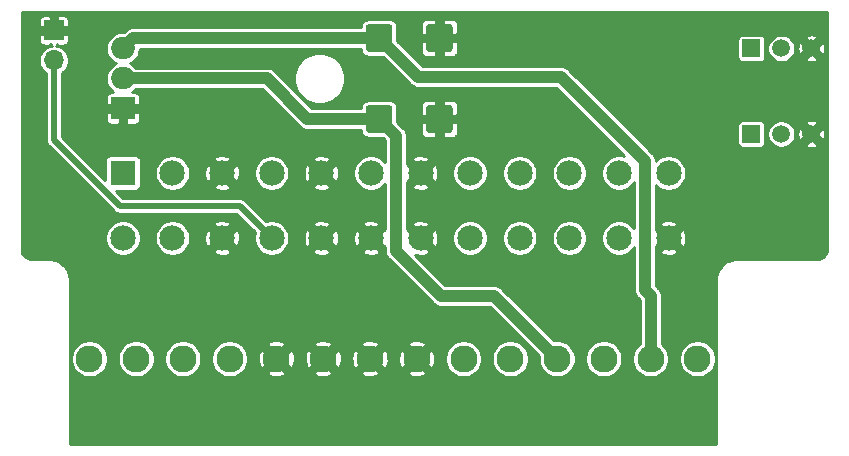
<source format=gbr>
%TF.GenerationSoftware,KiCad,Pcbnew,(5.1.6)-1*%
%TF.CreationDate,2022-09-15T12:09:31-04:00*%
%TF.ProjectId,Amiga-2000-ATX,416d6967-612d-4323-9030-302d4154582e,rev?*%
%TF.SameCoordinates,Original*%
%TF.FileFunction,Copper,L4,Bot*%
%TF.FilePolarity,Positive*%
%FSLAX46Y46*%
G04 Gerber Fmt 4.6, Leading zero omitted, Abs format (unit mm)*
G04 Created by KiCad (PCBNEW (5.1.6)-1) date 2022-09-15 12:09:31*
%MOMM*%
%LPD*%
G01*
G04 APERTURE LIST*
%TA.AperFunction,ComponentPad*%
%ADD10C,2.280000*%
%TD*%
%TA.AperFunction,ComponentPad*%
%ADD11R,2.150000X2.150000*%
%TD*%
%TA.AperFunction,ComponentPad*%
%ADD12C,2.150000*%
%TD*%
%TA.AperFunction,ComponentPad*%
%ADD13C,1.500000*%
%TD*%
%TA.AperFunction,ComponentPad*%
%ADD14R,1.500000X1.500000*%
%TD*%
%TA.AperFunction,ComponentPad*%
%ADD15R,1.700000X1.700000*%
%TD*%
%TA.AperFunction,ComponentPad*%
%ADD16O,1.700000X1.700000*%
%TD*%
%TA.AperFunction,ComponentPad*%
%ADD17R,2.000000X1.905000*%
%TD*%
%TA.AperFunction,ComponentPad*%
%ADD18O,2.000000X1.905000*%
%TD*%
%TA.AperFunction,Conductor*%
%ADD19C,1.000000*%
%TD*%
%TA.AperFunction,Conductor*%
%ADD20C,0.500000*%
%TD*%
%TA.AperFunction,Conductor*%
%ADD21C,0.254000*%
%TD*%
G04 APERTURE END LIST*
%TO.P,C1,1*%
%TO.N,/GND*%
%TA.AperFunction,SMDPad,CuDef*%
G36*
G01*
X156827000Y-50636999D02*
X156827000Y-52487001D01*
G75*
G02*
X156577001Y-52737000I-249999J0D01*
G01*
X154826999Y-52737000D01*
G75*
G02*
X154577000Y-52487001I0J249999D01*
G01*
X154577000Y-50636999D01*
G75*
G02*
X154826999Y-50387000I249999J0D01*
G01*
X156577001Y-50387000D01*
G75*
G02*
X156827000Y-50636999I0J-249999D01*
G01*
G37*
%TD.AperFunction*%
%TO.P,C1,2*%
%TO.N,/-12V*%
%TA.AperFunction,SMDPad,CuDef*%
G36*
G01*
X151727000Y-50636999D02*
X151727000Y-52487001D01*
G75*
G02*
X151477001Y-52737000I-249999J0D01*
G01*
X149726999Y-52737000D01*
G75*
G02*
X149477000Y-52487001I0J249999D01*
G01*
X149477000Y-50636999D01*
G75*
G02*
X149726999Y-50387000I249999J0D01*
G01*
X151477001Y-50387000D01*
G75*
G02*
X151727000Y-50636999I0J-249999D01*
G01*
G37*
%TD.AperFunction*%
%TD*%
%TO.P,C2,2*%
%TO.N,/-5V*%
%TA.AperFunction,SMDPad,CuDef*%
G36*
G01*
X151727000Y-43778999D02*
X151727000Y-45629001D01*
G75*
G02*
X151477001Y-45879000I-249999J0D01*
G01*
X149726999Y-45879000D01*
G75*
G02*
X149477000Y-45629001I0J249999D01*
G01*
X149477000Y-43778999D01*
G75*
G02*
X149726999Y-43529000I249999J0D01*
G01*
X151477001Y-43529000D01*
G75*
G02*
X151727000Y-43778999I0J-249999D01*
G01*
G37*
%TD.AperFunction*%
%TO.P,C2,1*%
%TO.N,/GND*%
%TA.AperFunction,SMDPad,CuDef*%
G36*
G01*
X156827000Y-43778999D02*
X156827000Y-45629001D01*
G75*
G02*
X156577001Y-45879000I-249999J0D01*
G01*
X154826999Y-45879000D01*
G75*
G02*
X154577000Y-45629001I0J249999D01*
G01*
X154577000Y-43778999D01*
G75*
G02*
X154826999Y-43529000I249999J0D01*
G01*
X156577001Y-43529000D01*
G75*
G02*
X156827000Y-43778999I0J-249999D01*
G01*
G37*
%TD.AperFunction*%
%TD*%
D10*
%TO.P,J1,14*%
%TO.N,Net-(J1-Pad14)*%
X177546000Y-71865001D03*
%TO.P,J1,13*%
%TO.N,/-5V*%
X173586000Y-71865001D03*
%TO.P,J1,12*%
%TO.N,/5V*%
X169626000Y-71865001D03*
%TO.P,J1,11*%
%TO.N,/-12V*%
X165666000Y-71865001D03*
%TO.P,J1,10*%
%TO.N,Net-(J1-Pad10)*%
X161706000Y-71865001D03*
%TO.P,J1,9*%
%TO.N,/12V*%
X157746000Y-71865001D03*
%TO.P,J1,3*%
%TO.N,/5V*%
X133986000Y-71865001D03*
%TO.P,J1,4*%
X137946000Y-71865001D03*
%TO.P,J1,8*%
%TO.N,/GND*%
X153786000Y-71865001D03*
%TO.P,J1,5*%
X141906000Y-71865001D03*
%TO.P,J1,7*%
X149826000Y-71865001D03*
%TO.P,J1,6*%
X145866000Y-71865001D03*
%TO.P,J1,2*%
%TO.N,/5V*%
X130026000Y-71865001D03*
%TO.P,J1,1*%
X126066000Y-71865001D03*
%TD*%
D11*
%TO.P,J2,1*%
%TO.N,/3.3V*%
X128905000Y-56134000D03*
D12*
%TO.P,J2,2*%
X133105000Y-56134000D03*
%TO.P,J2,3*%
%TO.N,/GND*%
X137305000Y-56134000D03*
%TO.P,J2,4*%
%TO.N,/5V*%
X141505000Y-56134000D03*
%TO.P,J2,5*%
%TO.N,/GND*%
X145705000Y-56134000D03*
%TO.P,J2,6*%
%TO.N,/5V*%
X149905000Y-56134000D03*
%TO.P,J2,7*%
%TO.N,/GND*%
X154105000Y-56134000D03*
%TO.P,J2,8*%
%TO.N,/PG*%
X158305000Y-56134000D03*
%TO.P,J2,9*%
%TO.N,/5VSB*%
X162505000Y-56134000D03*
%TO.P,J2,10*%
%TO.N,/12V*%
X166705000Y-56134000D03*
%TO.P,J2,11*%
X170905000Y-56134000D03*
%TO.P,J2,12*%
%TO.N,/3.3V*%
X175105000Y-56134000D03*
%TO.P,J2,13*%
X128905000Y-61634000D03*
%TO.P,J2,14*%
%TO.N,/-12V*%
X133105000Y-61634000D03*
%TO.P,J2,15*%
%TO.N,/GND*%
X137305000Y-61634000D03*
%TO.P,J2,16*%
%TO.N,/PS-ON*%
X141505000Y-61634000D03*
%TO.P,J2,17*%
%TO.N,/GND*%
X145705000Y-61634000D03*
%TO.P,J2,18*%
X149905000Y-61634000D03*
%TO.P,J2,19*%
X154105000Y-61634000D03*
%TO.P,J2,20*%
%TO.N,Net-(J2-Pad20)*%
X158305000Y-61634000D03*
%TO.P,J2,21*%
%TO.N,/5V*%
X162505000Y-61634000D03*
%TO.P,J2,22*%
X166705000Y-61634000D03*
%TO.P,J2,23*%
X170905000Y-61634000D03*
%TO.P,J2,24*%
%TO.N,/GND*%
X175105000Y-61634000D03*
%TD*%
D13*
%TO.P,J3,3*%
%TO.N,/GND*%
X187198000Y-45593000D03*
%TO.P,J3,2*%
%TO.N,/5V*%
X184658000Y-45593000D03*
D14*
%TO.P,J3,1*%
%TO.N,Net-(J3-Pad1)*%
X182118000Y-45593000D03*
%TD*%
%TO.P,J4,1*%
%TO.N,Net-(J4-Pad1)*%
X182118000Y-52832000D03*
D13*
%TO.P,J4,2*%
%TO.N,/12V*%
X184658000Y-52832000D03*
%TO.P,J4,3*%
%TO.N,/GND*%
X187198000Y-52832000D03*
%TD*%
D15*
%TO.P,PWRSW,1*%
%TO.N,/GND*%
X123063000Y-44069000D03*
D16*
%TO.P,PWRSW,2*%
%TO.N,/PS-ON*%
X123063000Y-46609000D03*
%TD*%
D17*
%TO.P,U1,1*%
%TO.N,/GND*%
X128905000Y-50673000D03*
D18*
%TO.P,U1,2*%
%TO.N,/-12V*%
X128905000Y-48133000D03*
%TO.P,U1,3*%
%TO.N,/-5V*%
X128905000Y-45593000D03*
%TD*%
D19*
%TO.N,/-12V*%
X141097000Y-48133000D02*
X128905000Y-48133000D01*
X150602000Y-51562000D02*
X144526000Y-51562000D01*
X144526000Y-51562000D02*
X141097000Y-48133000D01*
X160348999Y-66548000D02*
X165666000Y-71865001D01*
X152019000Y-62738000D02*
X155829000Y-66548000D01*
X150602000Y-51562000D02*
X152019000Y-52979000D01*
X155829000Y-66548000D02*
X160348999Y-66548000D01*
X152019000Y-52979000D02*
X152019000Y-62738000D01*
%TO.N,/-5V*%
X129794000Y-44704000D02*
X128905000Y-45593000D01*
X150602000Y-44704000D02*
X129794000Y-44704000D01*
X173609000Y-71842001D02*
X173586000Y-71865001D01*
X173609000Y-66548000D02*
X173609000Y-71842001D01*
X153904000Y-48006000D02*
X165989000Y-48006000D01*
X150602000Y-44704000D02*
X153904000Y-48006000D01*
X173101000Y-66040000D02*
X173609000Y-66548000D01*
X165989000Y-48006000D02*
X173101000Y-55118000D01*
X173101000Y-55118000D02*
X173101000Y-66040000D01*
D20*
%TO.N,/PS-ON*%
X138799000Y-58928000D02*
X141505000Y-61634000D01*
X123063000Y-46609000D02*
X123063000Y-53340000D01*
X128651000Y-58928000D02*
X138799000Y-58928000D01*
X123063000Y-53340000D02*
X128651000Y-58928000D01*
%TD*%
D21*
%TO.N,/GND*%
G36*
X188524000Y-62588891D02*
G01*
X188506295Y-62769464D01*
X188460275Y-62921888D01*
X188385523Y-63062476D01*
X188284889Y-63185865D01*
X188162209Y-63287355D01*
X188022151Y-63363084D01*
X187870044Y-63410170D01*
X187690883Y-63429000D01*
X180825795Y-63429000D01*
X180806037Y-63430946D01*
X180798169Y-63430891D01*
X180791888Y-63431507D01*
X180545385Y-63457415D01*
X180505280Y-63465647D01*
X180465012Y-63473329D01*
X180458970Y-63475153D01*
X180222194Y-63548448D01*
X180184391Y-63564339D01*
X180146446Y-63579670D01*
X180140877Y-63582631D01*
X180140872Y-63582633D01*
X180140868Y-63582636D01*
X179922843Y-63700521D01*
X179888889Y-63723423D01*
X179854599Y-63745862D01*
X179849718Y-63749843D01*
X179849710Y-63749849D01*
X179849703Y-63749856D01*
X179658729Y-63907844D01*
X179629864Y-63936910D01*
X179600593Y-63965575D01*
X179596575Y-63970432D01*
X179596569Y-63970438D01*
X179596565Y-63970445D01*
X179439915Y-64162516D01*
X179417239Y-64196646D01*
X179394099Y-64230441D01*
X179391100Y-64235988D01*
X179391097Y-64235992D01*
X179391097Y-64235993D01*
X179274734Y-64454841D01*
X179259117Y-64492731D01*
X179242985Y-64530369D01*
X179241121Y-64536392D01*
X179241118Y-64536399D01*
X179241118Y-64536400D01*
X179169479Y-64773679D01*
X179161518Y-64813883D01*
X179153004Y-64853938D01*
X179152344Y-64860214D01*
X179128157Y-65106893D01*
X179128157Y-65106905D01*
X179126001Y-65128795D01*
X179126000Y-69110204D01*
X179126001Y-69110214D01*
X179126000Y-79050000D01*
X124404000Y-79050000D01*
X124404000Y-71710665D01*
X124499000Y-71710665D01*
X124499000Y-72019337D01*
X124559219Y-72322078D01*
X124677343Y-72607254D01*
X124848832Y-72863905D01*
X125067096Y-73082169D01*
X125323747Y-73253658D01*
X125608923Y-73371782D01*
X125911664Y-73432001D01*
X126220336Y-73432001D01*
X126523077Y-73371782D01*
X126808253Y-73253658D01*
X127064904Y-73082169D01*
X127283168Y-72863905D01*
X127454657Y-72607254D01*
X127572781Y-72322078D01*
X127633000Y-72019337D01*
X127633000Y-71710665D01*
X128459000Y-71710665D01*
X128459000Y-72019337D01*
X128519219Y-72322078D01*
X128637343Y-72607254D01*
X128808832Y-72863905D01*
X129027096Y-73082169D01*
X129283747Y-73253658D01*
X129568923Y-73371782D01*
X129871664Y-73432001D01*
X130180336Y-73432001D01*
X130483077Y-73371782D01*
X130768253Y-73253658D01*
X131024904Y-73082169D01*
X131243168Y-72863905D01*
X131414657Y-72607254D01*
X131532781Y-72322078D01*
X131593000Y-72019337D01*
X131593000Y-71710665D01*
X132419000Y-71710665D01*
X132419000Y-72019337D01*
X132479219Y-72322078D01*
X132597343Y-72607254D01*
X132768832Y-72863905D01*
X132987096Y-73082169D01*
X133243747Y-73253658D01*
X133528923Y-73371782D01*
X133831664Y-73432001D01*
X134140336Y-73432001D01*
X134443077Y-73371782D01*
X134728253Y-73253658D01*
X134984904Y-73082169D01*
X135203168Y-72863905D01*
X135374657Y-72607254D01*
X135492781Y-72322078D01*
X135553000Y-72019337D01*
X135553000Y-71710665D01*
X136379000Y-71710665D01*
X136379000Y-72019337D01*
X136439219Y-72322078D01*
X136557343Y-72607254D01*
X136728832Y-72863905D01*
X136947096Y-73082169D01*
X137203747Y-73253658D01*
X137488923Y-73371782D01*
X137791664Y-73432001D01*
X138100336Y-73432001D01*
X138403077Y-73371782D01*
X138688253Y-73253658D01*
X138944904Y-73082169D01*
X138949228Y-73077845D01*
X141079236Y-73077845D01*
X141215362Y-73280037D01*
X141504693Y-73387584D01*
X141809445Y-73436619D01*
X142117908Y-73425258D01*
X142418227Y-73353937D01*
X142596638Y-73280037D01*
X142732764Y-73077845D01*
X145039236Y-73077845D01*
X145175362Y-73280037D01*
X145464693Y-73387584D01*
X145769445Y-73436619D01*
X146077908Y-73425258D01*
X146378227Y-73353937D01*
X146556638Y-73280037D01*
X146692764Y-73077845D01*
X148999236Y-73077845D01*
X149135362Y-73280037D01*
X149424693Y-73387584D01*
X149729445Y-73436619D01*
X150037908Y-73425258D01*
X150338227Y-73353937D01*
X150516638Y-73280037D01*
X150652764Y-73077845D01*
X152959236Y-73077845D01*
X153095362Y-73280037D01*
X153384693Y-73387584D01*
X153689445Y-73436619D01*
X153997908Y-73425258D01*
X154298227Y-73353937D01*
X154476638Y-73280037D01*
X154612764Y-73077845D01*
X153786000Y-72251081D01*
X152959236Y-73077845D01*
X150652764Y-73077845D01*
X149826000Y-72251081D01*
X148999236Y-73077845D01*
X146692764Y-73077845D01*
X145866000Y-72251081D01*
X145039236Y-73077845D01*
X142732764Y-73077845D01*
X141906000Y-72251081D01*
X141079236Y-73077845D01*
X138949228Y-73077845D01*
X139163168Y-72863905D01*
X139334657Y-72607254D01*
X139452781Y-72322078D01*
X139513000Y-72019337D01*
X139513000Y-71768446D01*
X140334382Y-71768446D01*
X140345743Y-72076909D01*
X140417064Y-72377228D01*
X140490964Y-72555639D01*
X140693156Y-72691765D01*
X141519920Y-71865001D01*
X142292080Y-71865001D01*
X143118844Y-72691765D01*
X143321036Y-72555639D01*
X143428583Y-72266308D01*
X143477618Y-71961556D01*
X143470506Y-71768446D01*
X144294382Y-71768446D01*
X144305743Y-72076909D01*
X144377064Y-72377228D01*
X144450964Y-72555639D01*
X144653156Y-72691765D01*
X145479920Y-71865001D01*
X146252080Y-71865001D01*
X147078844Y-72691765D01*
X147281036Y-72555639D01*
X147388583Y-72266308D01*
X147437618Y-71961556D01*
X147430506Y-71768446D01*
X148254382Y-71768446D01*
X148265743Y-72076909D01*
X148337064Y-72377228D01*
X148410964Y-72555639D01*
X148613156Y-72691765D01*
X149439920Y-71865001D01*
X150212080Y-71865001D01*
X151038844Y-72691765D01*
X151241036Y-72555639D01*
X151348583Y-72266308D01*
X151397618Y-71961556D01*
X151390506Y-71768446D01*
X152214382Y-71768446D01*
X152225743Y-72076909D01*
X152297064Y-72377228D01*
X152370964Y-72555639D01*
X152573156Y-72691765D01*
X153399920Y-71865001D01*
X154172080Y-71865001D01*
X154998844Y-72691765D01*
X155201036Y-72555639D01*
X155308583Y-72266308D01*
X155357618Y-71961556D01*
X155348378Y-71710665D01*
X156179000Y-71710665D01*
X156179000Y-72019337D01*
X156239219Y-72322078D01*
X156357343Y-72607254D01*
X156528832Y-72863905D01*
X156747096Y-73082169D01*
X157003747Y-73253658D01*
X157288923Y-73371782D01*
X157591664Y-73432001D01*
X157900336Y-73432001D01*
X158203077Y-73371782D01*
X158488253Y-73253658D01*
X158744904Y-73082169D01*
X158963168Y-72863905D01*
X159134657Y-72607254D01*
X159252781Y-72322078D01*
X159313000Y-72019337D01*
X159313000Y-71710665D01*
X160139000Y-71710665D01*
X160139000Y-72019337D01*
X160199219Y-72322078D01*
X160317343Y-72607254D01*
X160488832Y-72863905D01*
X160707096Y-73082169D01*
X160963747Y-73253658D01*
X161248923Y-73371782D01*
X161551664Y-73432001D01*
X161860336Y-73432001D01*
X162163077Y-73371782D01*
X162448253Y-73253658D01*
X162704904Y-73082169D01*
X162923168Y-72863905D01*
X163094657Y-72607254D01*
X163212781Y-72322078D01*
X163273000Y-72019337D01*
X163273000Y-71710665D01*
X163212781Y-71407924D01*
X163094657Y-71122748D01*
X162923168Y-70866097D01*
X162704904Y-70647833D01*
X162448253Y-70476344D01*
X162163077Y-70358220D01*
X161860336Y-70298001D01*
X161551664Y-70298001D01*
X161248923Y-70358220D01*
X160963747Y-70476344D01*
X160707096Y-70647833D01*
X160488832Y-70866097D01*
X160317343Y-71122748D01*
X160199219Y-71407924D01*
X160139000Y-71710665D01*
X159313000Y-71710665D01*
X159252781Y-71407924D01*
X159134657Y-71122748D01*
X158963168Y-70866097D01*
X158744904Y-70647833D01*
X158488253Y-70476344D01*
X158203077Y-70358220D01*
X157900336Y-70298001D01*
X157591664Y-70298001D01*
X157288923Y-70358220D01*
X157003747Y-70476344D01*
X156747096Y-70647833D01*
X156528832Y-70866097D01*
X156357343Y-71122748D01*
X156239219Y-71407924D01*
X156179000Y-71710665D01*
X155348378Y-71710665D01*
X155346257Y-71653093D01*
X155274936Y-71352774D01*
X155201036Y-71174363D01*
X154998844Y-71038237D01*
X154172080Y-71865001D01*
X153399920Y-71865001D01*
X152573156Y-71038237D01*
X152370964Y-71174363D01*
X152263417Y-71463694D01*
X152214382Y-71768446D01*
X151390506Y-71768446D01*
X151386257Y-71653093D01*
X151314936Y-71352774D01*
X151241036Y-71174363D01*
X151038844Y-71038237D01*
X150212080Y-71865001D01*
X149439920Y-71865001D01*
X148613156Y-71038237D01*
X148410964Y-71174363D01*
X148303417Y-71463694D01*
X148254382Y-71768446D01*
X147430506Y-71768446D01*
X147426257Y-71653093D01*
X147354936Y-71352774D01*
X147281036Y-71174363D01*
X147078844Y-71038237D01*
X146252080Y-71865001D01*
X145479920Y-71865001D01*
X144653156Y-71038237D01*
X144450964Y-71174363D01*
X144343417Y-71463694D01*
X144294382Y-71768446D01*
X143470506Y-71768446D01*
X143466257Y-71653093D01*
X143394936Y-71352774D01*
X143321036Y-71174363D01*
X143118844Y-71038237D01*
X142292080Y-71865001D01*
X141519920Y-71865001D01*
X140693156Y-71038237D01*
X140490964Y-71174363D01*
X140383417Y-71463694D01*
X140334382Y-71768446D01*
X139513000Y-71768446D01*
X139513000Y-71710665D01*
X139452781Y-71407924D01*
X139334657Y-71122748D01*
X139163168Y-70866097D01*
X138949228Y-70652157D01*
X141079236Y-70652157D01*
X141906000Y-71478921D01*
X142732764Y-70652157D01*
X145039236Y-70652157D01*
X145866000Y-71478921D01*
X146692764Y-70652157D01*
X148999236Y-70652157D01*
X149826000Y-71478921D01*
X150652764Y-70652157D01*
X152959236Y-70652157D01*
X153786000Y-71478921D01*
X154612764Y-70652157D01*
X154476638Y-70449965D01*
X154187307Y-70342418D01*
X153882555Y-70293383D01*
X153574092Y-70304744D01*
X153273773Y-70376065D01*
X153095362Y-70449965D01*
X152959236Y-70652157D01*
X150652764Y-70652157D01*
X150516638Y-70449965D01*
X150227307Y-70342418D01*
X149922555Y-70293383D01*
X149614092Y-70304744D01*
X149313773Y-70376065D01*
X149135362Y-70449965D01*
X148999236Y-70652157D01*
X146692764Y-70652157D01*
X146556638Y-70449965D01*
X146267307Y-70342418D01*
X145962555Y-70293383D01*
X145654092Y-70304744D01*
X145353773Y-70376065D01*
X145175362Y-70449965D01*
X145039236Y-70652157D01*
X142732764Y-70652157D01*
X142596638Y-70449965D01*
X142307307Y-70342418D01*
X142002555Y-70293383D01*
X141694092Y-70304744D01*
X141393773Y-70376065D01*
X141215362Y-70449965D01*
X141079236Y-70652157D01*
X138949228Y-70652157D01*
X138944904Y-70647833D01*
X138688253Y-70476344D01*
X138403077Y-70358220D01*
X138100336Y-70298001D01*
X137791664Y-70298001D01*
X137488923Y-70358220D01*
X137203747Y-70476344D01*
X136947096Y-70647833D01*
X136728832Y-70866097D01*
X136557343Y-71122748D01*
X136439219Y-71407924D01*
X136379000Y-71710665D01*
X135553000Y-71710665D01*
X135492781Y-71407924D01*
X135374657Y-71122748D01*
X135203168Y-70866097D01*
X134984904Y-70647833D01*
X134728253Y-70476344D01*
X134443077Y-70358220D01*
X134140336Y-70298001D01*
X133831664Y-70298001D01*
X133528923Y-70358220D01*
X133243747Y-70476344D01*
X132987096Y-70647833D01*
X132768832Y-70866097D01*
X132597343Y-71122748D01*
X132479219Y-71407924D01*
X132419000Y-71710665D01*
X131593000Y-71710665D01*
X131532781Y-71407924D01*
X131414657Y-71122748D01*
X131243168Y-70866097D01*
X131024904Y-70647833D01*
X130768253Y-70476344D01*
X130483077Y-70358220D01*
X130180336Y-70298001D01*
X129871664Y-70298001D01*
X129568923Y-70358220D01*
X129283747Y-70476344D01*
X129027096Y-70647833D01*
X128808832Y-70866097D01*
X128637343Y-71122748D01*
X128519219Y-71407924D01*
X128459000Y-71710665D01*
X127633000Y-71710665D01*
X127572781Y-71407924D01*
X127454657Y-71122748D01*
X127283168Y-70866097D01*
X127064904Y-70647833D01*
X126808253Y-70476344D01*
X126523077Y-70358220D01*
X126220336Y-70298001D01*
X125911664Y-70298001D01*
X125608923Y-70358220D01*
X125323747Y-70476344D01*
X125067096Y-70647833D01*
X124848832Y-70866097D01*
X124677343Y-71122748D01*
X124559219Y-71407924D01*
X124499000Y-71710665D01*
X124404000Y-71710665D01*
X124404000Y-65128795D01*
X124402054Y-65109037D01*
X124402109Y-65101169D01*
X124401493Y-65094888D01*
X124375585Y-64848385D01*
X124367353Y-64808280D01*
X124359671Y-64768012D01*
X124357847Y-64761970D01*
X124284552Y-64525194D01*
X124268661Y-64487391D01*
X124253330Y-64449446D01*
X124250367Y-64443873D01*
X124250367Y-64443872D01*
X124250364Y-64443868D01*
X124132479Y-64225843D01*
X124109577Y-64191889D01*
X124087138Y-64157599D01*
X124083157Y-64152718D01*
X124083151Y-64152710D01*
X124083144Y-64152703D01*
X123925156Y-63961729D01*
X123896090Y-63932864D01*
X123867425Y-63903593D01*
X123862568Y-63899575D01*
X123862562Y-63899569D01*
X123862555Y-63899565D01*
X123670484Y-63742915D01*
X123636354Y-63720239D01*
X123602559Y-63697099D01*
X123597012Y-63694100D01*
X123597008Y-63694097D01*
X123597004Y-63694095D01*
X123378159Y-63577734D01*
X123340269Y-63562117D01*
X123302631Y-63545985D01*
X123296608Y-63544121D01*
X123296601Y-63544118D01*
X123296594Y-63544117D01*
X123059321Y-63472479D01*
X123019117Y-63464518D01*
X122979062Y-63456004D01*
X122972788Y-63455344D01*
X122972786Y-63455344D01*
X122726107Y-63431157D01*
X122726105Y-63431157D01*
X122704205Y-63429000D01*
X121180109Y-63429000D01*
X120999536Y-63411295D01*
X120847112Y-63365275D01*
X120706524Y-63290523D01*
X120583135Y-63189889D01*
X120481645Y-63067209D01*
X120405916Y-62927151D01*
X120358830Y-62775044D01*
X120340000Y-62595883D01*
X120340000Y-61486066D01*
X127403000Y-61486066D01*
X127403000Y-61781934D01*
X127460721Y-62072117D01*
X127573944Y-62345464D01*
X127738320Y-62591469D01*
X127947531Y-62800680D01*
X128193536Y-62965056D01*
X128466883Y-63078279D01*
X128757066Y-63136000D01*
X129052934Y-63136000D01*
X129343117Y-63078279D01*
X129616464Y-62965056D01*
X129862469Y-62800680D01*
X130071680Y-62591469D01*
X130236056Y-62345464D01*
X130349279Y-62072117D01*
X130407000Y-61781934D01*
X130407000Y-61486066D01*
X131603000Y-61486066D01*
X131603000Y-61781934D01*
X131660721Y-62072117D01*
X131773944Y-62345464D01*
X131938320Y-62591469D01*
X132147531Y-62800680D01*
X132393536Y-62965056D01*
X132666883Y-63078279D01*
X132957066Y-63136000D01*
X133252934Y-63136000D01*
X133543117Y-63078279D01*
X133816464Y-62965056D01*
X134062469Y-62800680D01*
X134063348Y-62799801D01*
X136525279Y-62799801D01*
X136653370Y-62995347D01*
X136931476Y-63096317D01*
X137223937Y-63141089D01*
X137519514Y-63127946D01*
X137806846Y-63057390D01*
X137956630Y-62995347D01*
X138084721Y-62799801D01*
X137305000Y-62020080D01*
X136525279Y-62799801D01*
X134063348Y-62799801D01*
X134271680Y-62591469D01*
X134436056Y-62345464D01*
X134549279Y-62072117D01*
X134607000Y-61781934D01*
X134607000Y-61552937D01*
X135797911Y-61552937D01*
X135811054Y-61848514D01*
X135881610Y-62135846D01*
X135943653Y-62285630D01*
X136139199Y-62413721D01*
X136918920Y-61634000D01*
X137691080Y-61634000D01*
X138470801Y-62413721D01*
X138666347Y-62285630D01*
X138767317Y-62007524D01*
X138812089Y-61715063D01*
X138798946Y-61419486D01*
X138728390Y-61132154D01*
X138666347Y-60982370D01*
X138470801Y-60854279D01*
X137691080Y-61634000D01*
X136918920Y-61634000D01*
X136139199Y-60854279D01*
X135943653Y-60982370D01*
X135842683Y-61260476D01*
X135797911Y-61552937D01*
X134607000Y-61552937D01*
X134607000Y-61486066D01*
X134549279Y-61195883D01*
X134436056Y-60922536D01*
X134271680Y-60676531D01*
X134063348Y-60468199D01*
X136525279Y-60468199D01*
X137305000Y-61247920D01*
X138084721Y-60468199D01*
X137956630Y-60272653D01*
X137678524Y-60171683D01*
X137386063Y-60126911D01*
X137090486Y-60140054D01*
X136803154Y-60210610D01*
X136653370Y-60272653D01*
X136525279Y-60468199D01*
X134063348Y-60468199D01*
X134062469Y-60467320D01*
X133816464Y-60302944D01*
X133543117Y-60189721D01*
X133252934Y-60132000D01*
X132957066Y-60132000D01*
X132666883Y-60189721D01*
X132393536Y-60302944D01*
X132147531Y-60467320D01*
X131938320Y-60676531D01*
X131773944Y-60922536D01*
X131660721Y-61195883D01*
X131603000Y-61486066D01*
X130407000Y-61486066D01*
X130349279Y-61195883D01*
X130236056Y-60922536D01*
X130071680Y-60676531D01*
X129862469Y-60467320D01*
X129616464Y-60302944D01*
X129343117Y-60189721D01*
X129052934Y-60132000D01*
X128757066Y-60132000D01*
X128466883Y-60189721D01*
X128193536Y-60302944D01*
X127947531Y-60467320D01*
X127738320Y-60676531D01*
X127573944Y-60922536D01*
X127460721Y-61195883D01*
X127403000Y-61486066D01*
X120340000Y-61486066D01*
X120340000Y-44919000D01*
X121783934Y-44919000D01*
X121792178Y-45002707D01*
X121816595Y-45083196D01*
X121856245Y-45157376D01*
X121909605Y-45222395D01*
X121974624Y-45275755D01*
X122048804Y-45315405D01*
X122129293Y-45339822D01*
X122213000Y-45348066D01*
X122683250Y-45346000D01*
X122789998Y-45239252D01*
X122789998Y-45346000D01*
X122866843Y-45346000D01*
X122690513Y-45381074D01*
X122458114Y-45477337D01*
X122248960Y-45617089D01*
X122071089Y-45794960D01*
X121931337Y-46004114D01*
X121835074Y-46236513D01*
X121786000Y-46483226D01*
X121786000Y-46734774D01*
X121835074Y-46981487D01*
X121931337Y-47213886D01*
X122071089Y-47423040D01*
X122248960Y-47600911D01*
X122386000Y-47692478D01*
X122386001Y-53306745D01*
X122382726Y-53340000D01*
X122395796Y-53472714D01*
X122434508Y-53600329D01*
X122497372Y-53717940D01*
X122560776Y-53795198D01*
X122560779Y-53795201D01*
X122581974Y-53821027D01*
X122607800Y-53842222D01*
X128148774Y-59383196D01*
X128169973Y-59409027D01*
X128273059Y-59493628D01*
X128390670Y-59556492D01*
X128518285Y-59595204D01*
X128617748Y-59605000D01*
X128617757Y-59605000D01*
X128650999Y-59608274D01*
X128684241Y-59605000D01*
X138518578Y-59605000D01*
X140074996Y-61161419D01*
X140060721Y-61195883D01*
X140003000Y-61486066D01*
X140003000Y-61781934D01*
X140060721Y-62072117D01*
X140173944Y-62345464D01*
X140338320Y-62591469D01*
X140547531Y-62800680D01*
X140793536Y-62965056D01*
X141066883Y-63078279D01*
X141357066Y-63136000D01*
X141652934Y-63136000D01*
X141943117Y-63078279D01*
X142216464Y-62965056D01*
X142462469Y-62800680D01*
X142463348Y-62799801D01*
X144925279Y-62799801D01*
X145053370Y-62995347D01*
X145331476Y-63096317D01*
X145623937Y-63141089D01*
X145919514Y-63127946D01*
X146206846Y-63057390D01*
X146356630Y-62995347D01*
X146484721Y-62799801D01*
X149125279Y-62799801D01*
X149253370Y-62995347D01*
X149531476Y-63096317D01*
X149823937Y-63141089D01*
X150119514Y-63127946D01*
X150406846Y-63057390D01*
X150556630Y-62995347D01*
X150684721Y-62799801D01*
X149905000Y-62020080D01*
X149125279Y-62799801D01*
X146484721Y-62799801D01*
X145705000Y-62020080D01*
X144925279Y-62799801D01*
X142463348Y-62799801D01*
X142671680Y-62591469D01*
X142836056Y-62345464D01*
X142949279Y-62072117D01*
X143007000Y-61781934D01*
X143007000Y-61552937D01*
X144197911Y-61552937D01*
X144211054Y-61848514D01*
X144281610Y-62135846D01*
X144343653Y-62285630D01*
X144539199Y-62413721D01*
X145318920Y-61634000D01*
X146091080Y-61634000D01*
X146870801Y-62413721D01*
X147066347Y-62285630D01*
X147167317Y-62007524D01*
X147212089Y-61715063D01*
X147204880Y-61552937D01*
X148397911Y-61552937D01*
X148411054Y-61848514D01*
X148481610Y-62135846D01*
X148543653Y-62285630D01*
X148739199Y-62413721D01*
X149518920Y-61634000D01*
X148739199Y-60854279D01*
X148543653Y-60982370D01*
X148442683Y-61260476D01*
X148397911Y-61552937D01*
X147204880Y-61552937D01*
X147198946Y-61419486D01*
X147128390Y-61132154D01*
X147066347Y-60982370D01*
X146870801Y-60854279D01*
X146091080Y-61634000D01*
X145318920Y-61634000D01*
X144539199Y-60854279D01*
X144343653Y-60982370D01*
X144242683Y-61260476D01*
X144197911Y-61552937D01*
X143007000Y-61552937D01*
X143007000Y-61486066D01*
X142949279Y-61195883D01*
X142836056Y-60922536D01*
X142671680Y-60676531D01*
X142463348Y-60468199D01*
X144925279Y-60468199D01*
X145705000Y-61247920D01*
X146484721Y-60468199D01*
X149125279Y-60468199D01*
X149905000Y-61247920D01*
X150684721Y-60468199D01*
X150556630Y-60272653D01*
X150278524Y-60171683D01*
X149986063Y-60126911D01*
X149690486Y-60140054D01*
X149403154Y-60210610D01*
X149253370Y-60272653D01*
X149125279Y-60468199D01*
X146484721Y-60468199D01*
X146356630Y-60272653D01*
X146078524Y-60171683D01*
X145786063Y-60126911D01*
X145490486Y-60140054D01*
X145203154Y-60210610D01*
X145053370Y-60272653D01*
X144925279Y-60468199D01*
X142463348Y-60468199D01*
X142462469Y-60467320D01*
X142216464Y-60302944D01*
X141943117Y-60189721D01*
X141652934Y-60132000D01*
X141357066Y-60132000D01*
X141066883Y-60189721D01*
X141032419Y-60203996D01*
X139301226Y-58472804D01*
X139280027Y-58446973D01*
X139176941Y-58362372D01*
X139059330Y-58299508D01*
X138931715Y-58260796D01*
X138832252Y-58251000D01*
X138832245Y-58251000D01*
X138799000Y-58247726D01*
X138765755Y-58251000D01*
X128931422Y-58251000D01*
X128318488Y-57638066D01*
X129980000Y-57638066D01*
X130063707Y-57629822D01*
X130144196Y-57605405D01*
X130218376Y-57565755D01*
X130283395Y-57512395D01*
X130336755Y-57447376D01*
X130376405Y-57373196D01*
X130400822Y-57292707D01*
X130409066Y-57209000D01*
X130409066Y-55986066D01*
X131603000Y-55986066D01*
X131603000Y-56281934D01*
X131660721Y-56572117D01*
X131773944Y-56845464D01*
X131938320Y-57091469D01*
X132147531Y-57300680D01*
X132393536Y-57465056D01*
X132666883Y-57578279D01*
X132957066Y-57636000D01*
X133252934Y-57636000D01*
X133543117Y-57578279D01*
X133816464Y-57465056D01*
X134062469Y-57300680D01*
X134063348Y-57299801D01*
X136525279Y-57299801D01*
X136653370Y-57495347D01*
X136931476Y-57596317D01*
X137223937Y-57641089D01*
X137519514Y-57627946D01*
X137806846Y-57557390D01*
X137956630Y-57495347D01*
X138084721Y-57299801D01*
X137305000Y-56520080D01*
X136525279Y-57299801D01*
X134063348Y-57299801D01*
X134271680Y-57091469D01*
X134436056Y-56845464D01*
X134549279Y-56572117D01*
X134607000Y-56281934D01*
X134607000Y-56052937D01*
X135797911Y-56052937D01*
X135811054Y-56348514D01*
X135881610Y-56635846D01*
X135943653Y-56785630D01*
X136139199Y-56913721D01*
X136918920Y-56134000D01*
X137691080Y-56134000D01*
X138470801Y-56913721D01*
X138666347Y-56785630D01*
X138767317Y-56507524D01*
X138812089Y-56215063D01*
X138801907Y-55986066D01*
X140003000Y-55986066D01*
X140003000Y-56281934D01*
X140060721Y-56572117D01*
X140173944Y-56845464D01*
X140338320Y-57091469D01*
X140547531Y-57300680D01*
X140793536Y-57465056D01*
X141066883Y-57578279D01*
X141357066Y-57636000D01*
X141652934Y-57636000D01*
X141943117Y-57578279D01*
X142216464Y-57465056D01*
X142462469Y-57300680D01*
X142463348Y-57299801D01*
X144925279Y-57299801D01*
X145053370Y-57495347D01*
X145331476Y-57596317D01*
X145623937Y-57641089D01*
X145919514Y-57627946D01*
X146206846Y-57557390D01*
X146356630Y-57495347D01*
X146484721Y-57299801D01*
X145705000Y-56520080D01*
X144925279Y-57299801D01*
X142463348Y-57299801D01*
X142671680Y-57091469D01*
X142836056Y-56845464D01*
X142949279Y-56572117D01*
X143007000Y-56281934D01*
X143007000Y-56052937D01*
X144197911Y-56052937D01*
X144211054Y-56348514D01*
X144281610Y-56635846D01*
X144343653Y-56785630D01*
X144539199Y-56913721D01*
X145318920Y-56134000D01*
X146091080Y-56134000D01*
X146870801Y-56913721D01*
X147066347Y-56785630D01*
X147167317Y-56507524D01*
X147212089Y-56215063D01*
X147198946Y-55919486D01*
X147128390Y-55632154D01*
X147066347Y-55482370D01*
X146870801Y-55354279D01*
X146091080Y-56134000D01*
X145318920Y-56134000D01*
X144539199Y-55354279D01*
X144343653Y-55482370D01*
X144242683Y-55760476D01*
X144197911Y-56052937D01*
X143007000Y-56052937D01*
X143007000Y-55986066D01*
X142949279Y-55695883D01*
X142836056Y-55422536D01*
X142671680Y-55176531D01*
X142463348Y-54968199D01*
X144925279Y-54968199D01*
X145705000Y-55747920D01*
X146484721Y-54968199D01*
X146356630Y-54772653D01*
X146078524Y-54671683D01*
X145786063Y-54626911D01*
X145490486Y-54640054D01*
X145203154Y-54710610D01*
X145053370Y-54772653D01*
X144925279Y-54968199D01*
X142463348Y-54968199D01*
X142462469Y-54967320D01*
X142216464Y-54802944D01*
X141943117Y-54689721D01*
X141652934Y-54632000D01*
X141357066Y-54632000D01*
X141066883Y-54689721D01*
X140793536Y-54802944D01*
X140547531Y-54967320D01*
X140338320Y-55176531D01*
X140173944Y-55422536D01*
X140060721Y-55695883D01*
X140003000Y-55986066D01*
X138801907Y-55986066D01*
X138798946Y-55919486D01*
X138728390Y-55632154D01*
X138666347Y-55482370D01*
X138470801Y-55354279D01*
X137691080Y-56134000D01*
X136918920Y-56134000D01*
X136139199Y-55354279D01*
X135943653Y-55482370D01*
X135842683Y-55760476D01*
X135797911Y-56052937D01*
X134607000Y-56052937D01*
X134607000Y-55986066D01*
X134549279Y-55695883D01*
X134436056Y-55422536D01*
X134271680Y-55176531D01*
X134063348Y-54968199D01*
X136525279Y-54968199D01*
X137305000Y-55747920D01*
X138084721Y-54968199D01*
X137956630Y-54772653D01*
X137678524Y-54671683D01*
X137386063Y-54626911D01*
X137090486Y-54640054D01*
X136803154Y-54710610D01*
X136653370Y-54772653D01*
X136525279Y-54968199D01*
X134063348Y-54968199D01*
X134062469Y-54967320D01*
X133816464Y-54802944D01*
X133543117Y-54689721D01*
X133252934Y-54632000D01*
X132957066Y-54632000D01*
X132666883Y-54689721D01*
X132393536Y-54802944D01*
X132147531Y-54967320D01*
X131938320Y-55176531D01*
X131773944Y-55422536D01*
X131660721Y-55695883D01*
X131603000Y-55986066D01*
X130409066Y-55986066D01*
X130409066Y-55059000D01*
X130400822Y-54975293D01*
X130376405Y-54894804D01*
X130336755Y-54820624D01*
X130283395Y-54755605D01*
X130218376Y-54702245D01*
X130144196Y-54662595D01*
X130063707Y-54638178D01*
X129980000Y-54629934D01*
X127830000Y-54629934D01*
X127746293Y-54638178D01*
X127665804Y-54662595D01*
X127591624Y-54702245D01*
X127526605Y-54755605D01*
X127473245Y-54820624D01*
X127433595Y-54894804D01*
X127409178Y-54975293D01*
X127400934Y-55059000D01*
X127400934Y-56720512D01*
X123740000Y-53059578D01*
X123740000Y-51625500D01*
X127475934Y-51625500D01*
X127484178Y-51709207D01*
X127508595Y-51789696D01*
X127548245Y-51863876D01*
X127601605Y-51928895D01*
X127666624Y-51982255D01*
X127740804Y-52021905D01*
X127821293Y-52046322D01*
X127905000Y-52054566D01*
X128525250Y-52052500D01*
X128632000Y-51945750D01*
X128632000Y-50946000D01*
X129178000Y-50946000D01*
X129178000Y-51945750D01*
X129284750Y-52052500D01*
X129905000Y-52054566D01*
X129988707Y-52046322D01*
X130069196Y-52021905D01*
X130143376Y-51982255D01*
X130208395Y-51928895D01*
X130261755Y-51863876D01*
X130301405Y-51789696D01*
X130325822Y-51709207D01*
X130334066Y-51625500D01*
X130332000Y-51052750D01*
X130225250Y-50946000D01*
X129178000Y-50946000D01*
X128632000Y-50946000D01*
X127584750Y-50946000D01*
X127478000Y-51052750D01*
X127475934Y-51625500D01*
X123740000Y-51625500D01*
X123740000Y-47692478D01*
X123877040Y-47600911D01*
X124054911Y-47423040D01*
X124194663Y-47213886D01*
X124290926Y-46981487D01*
X124340000Y-46734774D01*
X124340000Y-46483226D01*
X124290926Y-46236513D01*
X124194663Y-46004114D01*
X124054911Y-45794960D01*
X123877040Y-45617089D01*
X123840989Y-45593000D01*
X127471326Y-45593000D01*
X127497961Y-45863429D01*
X127576842Y-46123466D01*
X127704938Y-46363117D01*
X127877327Y-46573173D01*
X128087383Y-46745562D01*
X128307094Y-46863000D01*
X128087383Y-46980438D01*
X127877327Y-47152827D01*
X127704938Y-47362883D01*
X127576842Y-47602534D01*
X127497961Y-47862571D01*
X127471326Y-48133000D01*
X127497961Y-48403429D01*
X127576842Y-48663466D01*
X127704938Y-48903117D01*
X127877327Y-49113173D01*
X128087383Y-49285562D01*
X128099581Y-49292082D01*
X127905000Y-49291434D01*
X127821293Y-49299678D01*
X127740804Y-49324095D01*
X127666624Y-49363745D01*
X127601605Y-49417105D01*
X127548245Y-49482124D01*
X127508595Y-49556304D01*
X127484178Y-49636793D01*
X127475934Y-49720500D01*
X127478000Y-50293250D01*
X127584750Y-50400000D01*
X128632000Y-50400000D01*
X128632000Y-50380000D01*
X129178000Y-50380000D01*
X129178000Y-50400000D01*
X130225250Y-50400000D01*
X130332000Y-50293250D01*
X130334066Y-49720500D01*
X130325822Y-49636793D01*
X130301405Y-49556304D01*
X130261755Y-49482124D01*
X130208395Y-49417105D01*
X130143376Y-49363745D01*
X130069196Y-49324095D01*
X129988707Y-49299678D01*
X129905000Y-49291434D01*
X129710419Y-49292082D01*
X129722617Y-49285562D01*
X129932673Y-49113173D01*
X129976311Y-49060000D01*
X140713025Y-49060000D01*
X143838312Y-52185287D01*
X143867341Y-52220659D01*
X143902712Y-52249687D01*
X144008494Y-52336501D01*
X144083260Y-52376464D01*
X144169536Y-52422580D01*
X144344276Y-52475587D01*
X144480462Y-52489000D01*
X144480474Y-52489000D01*
X144525999Y-52493484D01*
X144571524Y-52489000D01*
X149048131Y-52489000D01*
X149060982Y-52619480D01*
X149099625Y-52746868D01*
X149162377Y-52864269D01*
X149246828Y-52967172D01*
X149349731Y-53051623D01*
X149467132Y-53114375D01*
X149594520Y-53153018D01*
X149726999Y-53166066D01*
X150895090Y-53166066D01*
X151092000Y-53362976D01*
X151092000Y-55206942D01*
X151071680Y-55176531D01*
X150862469Y-54967320D01*
X150616464Y-54802944D01*
X150343117Y-54689721D01*
X150052934Y-54632000D01*
X149757066Y-54632000D01*
X149466883Y-54689721D01*
X149193536Y-54802944D01*
X148947531Y-54967320D01*
X148738320Y-55176531D01*
X148573944Y-55422536D01*
X148460721Y-55695883D01*
X148403000Y-55986066D01*
X148403000Y-56281934D01*
X148460721Y-56572117D01*
X148573944Y-56845464D01*
X148738320Y-57091469D01*
X148947531Y-57300680D01*
X149193536Y-57465056D01*
X149466883Y-57578279D01*
X149757066Y-57636000D01*
X150052934Y-57636000D01*
X150343117Y-57578279D01*
X150616464Y-57465056D01*
X150862469Y-57300680D01*
X151071680Y-57091469D01*
X151092000Y-57061057D01*
X151092001Y-60868166D01*
X151070801Y-60854279D01*
X150291080Y-61634000D01*
X151070801Y-62413721D01*
X151092001Y-62399834D01*
X151092001Y-62692463D01*
X151087516Y-62738000D01*
X151092001Y-62783537D01*
X151092001Y-62783538D01*
X151105414Y-62919724D01*
X151118101Y-62961546D01*
X151158420Y-63094463D01*
X151244499Y-63255505D01*
X151331312Y-63361287D01*
X151331317Y-63361292D01*
X151360342Y-63396659D01*
X151395708Y-63425683D01*
X155141316Y-67171292D01*
X155170341Y-67206659D01*
X155205708Y-67235684D01*
X155205712Y-67235688D01*
X155311494Y-67322502D01*
X155472534Y-67408579D01*
X155472536Y-67408580D01*
X155647276Y-67461587D01*
X155783462Y-67475000D01*
X155783473Y-67475000D01*
X155829000Y-67479484D01*
X155874527Y-67475000D01*
X159965024Y-67475000D01*
X164115871Y-71625848D01*
X164099000Y-71710665D01*
X164099000Y-72019337D01*
X164159219Y-72322078D01*
X164277343Y-72607254D01*
X164448832Y-72863905D01*
X164667096Y-73082169D01*
X164923747Y-73253658D01*
X165208923Y-73371782D01*
X165511664Y-73432001D01*
X165820336Y-73432001D01*
X166123077Y-73371782D01*
X166408253Y-73253658D01*
X166664904Y-73082169D01*
X166883168Y-72863905D01*
X167054657Y-72607254D01*
X167172781Y-72322078D01*
X167233000Y-72019337D01*
X167233000Y-71710665D01*
X168059000Y-71710665D01*
X168059000Y-72019337D01*
X168119219Y-72322078D01*
X168237343Y-72607254D01*
X168408832Y-72863905D01*
X168627096Y-73082169D01*
X168883747Y-73253658D01*
X169168923Y-73371782D01*
X169471664Y-73432001D01*
X169780336Y-73432001D01*
X170083077Y-73371782D01*
X170368253Y-73253658D01*
X170624904Y-73082169D01*
X170843168Y-72863905D01*
X171014657Y-72607254D01*
X171132781Y-72322078D01*
X171193000Y-72019337D01*
X171193000Y-71710665D01*
X171132781Y-71407924D01*
X171014657Y-71122748D01*
X170843168Y-70866097D01*
X170624904Y-70647833D01*
X170368253Y-70476344D01*
X170083077Y-70358220D01*
X169780336Y-70298001D01*
X169471664Y-70298001D01*
X169168923Y-70358220D01*
X168883747Y-70476344D01*
X168627096Y-70647833D01*
X168408832Y-70866097D01*
X168237343Y-71122748D01*
X168119219Y-71407924D01*
X168059000Y-71710665D01*
X167233000Y-71710665D01*
X167172781Y-71407924D01*
X167054657Y-71122748D01*
X166883168Y-70866097D01*
X166664904Y-70647833D01*
X166408253Y-70476344D01*
X166123077Y-70358220D01*
X165820336Y-70298001D01*
X165511664Y-70298001D01*
X165426847Y-70314872D01*
X161036686Y-65924712D01*
X161007658Y-65889341D01*
X160866504Y-65773499D01*
X160705463Y-65687420D01*
X160530723Y-65634413D01*
X160394537Y-65621000D01*
X160394526Y-65621000D01*
X160348999Y-65616516D01*
X160303472Y-65621000D01*
X156212976Y-65621000D01*
X153663677Y-63071702D01*
X153731476Y-63096317D01*
X154023937Y-63141089D01*
X154319514Y-63127946D01*
X154606846Y-63057390D01*
X154756630Y-62995347D01*
X154884721Y-62799801D01*
X154105000Y-62020080D01*
X154090858Y-62034223D01*
X153704778Y-61648143D01*
X153718920Y-61634000D01*
X154491080Y-61634000D01*
X155270801Y-62413721D01*
X155466347Y-62285630D01*
X155567317Y-62007524D01*
X155612089Y-61715063D01*
X155601907Y-61486066D01*
X156803000Y-61486066D01*
X156803000Y-61781934D01*
X156860721Y-62072117D01*
X156973944Y-62345464D01*
X157138320Y-62591469D01*
X157347531Y-62800680D01*
X157593536Y-62965056D01*
X157866883Y-63078279D01*
X158157066Y-63136000D01*
X158452934Y-63136000D01*
X158743117Y-63078279D01*
X159016464Y-62965056D01*
X159262469Y-62800680D01*
X159471680Y-62591469D01*
X159636056Y-62345464D01*
X159749279Y-62072117D01*
X159807000Y-61781934D01*
X159807000Y-61486066D01*
X161003000Y-61486066D01*
X161003000Y-61781934D01*
X161060721Y-62072117D01*
X161173944Y-62345464D01*
X161338320Y-62591469D01*
X161547531Y-62800680D01*
X161793536Y-62965056D01*
X162066883Y-63078279D01*
X162357066Y-63136000D01*
X162652934Y-63136000D01*
X162943117Y-63078279D01*
X163216464Y-62965056D01*
X163462469Y-62800680D01*
X163671680Y-62591469D01*
X163836056Y-62345464D01*
X163949279Y-62072117D01*
X164007000Y-61781934D01*
X164007000Y-61486066D01*
X165203000Y-61486066D01*
X165203000Y-61781934D01*
X165260721Y-62072117D01*
X165373944Y-62345464D01*
X165538320Y-62591469D01*
X165747531Y-62800680D01*
X165993536Y-62965056D01*
X166266883Y-63078279D01*
X166557066Y-63136000D01*
X166852934Y-63136000D01*
X167143117Y-63078279D01*
X167416464Y-62965056D01*
X167662469Y-62800680D01*
X167871680Y-62591469D01*
X168036056Y-62345464D01*
X168149279Y-62072117D01*
X168207000Y-61781934D01*
X168207000Y-61486066D01*
X168149279Y-61195883D01*
X168036056Y-60922536D01*
X167871680Y-60676531D01*
X167662469Y-60467320D01*
X167416464Y-60302944D01*
X167143117Y-60189721D01*
X166852934Y-60132000D01*
X166557066Y-60132000D01*
X166266883Y-60189721D01*
X165993536Y-60302944D01*
X165747531Y-60467320D01*
X165538320Y-60676531D01*
X165373944Y-60922536D01*
X165260721Y-61195883D01*
X165203000Y-61486066D01*
X164007000Y-61486066D01*
X163949279Y-61195883D01*
X163836056Y-60922536D01*
X163671680Y-60676531D01*
X163462469Y-60467320D01*
X163216464Y-60302944D01*
X162943117Y-60189721D01*
X162652934Y-60132000D01*
X162357066Y-60132000D01*
X162066883Y-60189721D01*
X161793536Y-60302944D01*
X161547531Y-60467320D01*
X161338320Y-60676531D01*
X161173944Y-60922536D01*
X161060721Y-61195883D01*
X161003000Y-61486066D01*
X159807000Y-61486066D01*
X159749279Y-61195883D01*
X159636056Y-60922536D01*
X159471680Y-60676531D01*
X159262469Y-60467320D01*
X159016464Y-60302944D01*
X158743117Y-60189721D01*
X158452934Y-60132000D01*
X158157066Y-60132000D01*
X157866883Y-60189721D01*
X157593536Y-60302944D01*
X157347531Y-60467320D01*
X157138320Y-60676531D01*
X156973944Y-60922536D01*
X156860721Y-61195883D01*
X156803000Y-61486066D01*
X155601907Y-61486066D01*
X155598946Y-61419486D01*
X155528390Y-61132154D01*
X155466347Y-60982370D01*
X155270801Y-60854279D01*
X154491080Y-61634000D01*
X153718920Y-61634000D01*
X152946000Y-60861080D01*
X152946000Y-60468199D01*
X153325279Y-60468199D01*
X154105000Y-61247920D01*
X154884721Y-60468199D01*
X154756630Y-60272653D01*
X154478524Y-60171683D01*
X154186063Y-60126911D01*
X153890486Y-60140054D01*
X153603154Y-60210610D01*
X153453370Y-60272653D01*
X153325279Y-60468199D01*
X152946000Y-60468199D01*
X152946000Y-57299801D01*
X153325279Y-57299801D01*
X153453370Y-57495347D01*
X153731476Y-57596317D01*
X154023937Y-57641089D01*
X154319514Y-57627946D01*
X154606846Y-57557390D01*
X154756630Y-57495347D01*
X154884721Y-57299801D01*
X154105000Y-56520080D01*
X153325279Y-57299801D01*
X152946000Y-57299801D01*
X152946000Y-56906920D01*
X153718920Y-56134000D01*
X154491080Y-56134000D01*
X155270801Y-56913721D01*
X155466347Y-56785630D01*
X155567317Y-56507524D01*
X155612089Y-56215063D01*
X155601907Y-55986066D01*
X156803000Y-55986066D01*
X156803000Y-56281934D01*
X156860721Y-56572117D01*
X156973944Y-56845464D01*
X157138320Y-57091469D01*
X157347531Y-57300680D01*
X157593536Y-57465056D01*
X157866883Y-57578279D01*
X158157066Y-57636000D01*
X158452934Y-57636000D01*
X158743117Y-57578279D01*
X159016464Y-57465056D01*
X159262469Y-57300680D01*
X159471680Y-57091469D01*
X159636056Y-56845464D01*
X159749279Y-56572117D01*
X159807000Y-56281934D01*
X159807000Y-55986066D01*
X161003000Y-55986066D01*
X161003000Y-56281934D01*
X161060721Y-56572117D01*
X161173944Y-56845464D01*
X161338320Y-57091469D01*
X161547531Y-57300680D01*
X161793536Y-57465056D01*
X162066883Y-57578279D01*
X162357066Y-57636000D01*
X162652934Y-57636000D01*
X162943117Y-57578279D01*
X163216464Y-57465056D01*
X163462469Y-57300680D01*
X163671680Y-57091469D01*
X163836056Y-56845464D01*
X163949279Y-56572117D01*
X164007000Y-56281934D01*
X164007000Y-55986066D01*
X165203000Y-55986066D01*
X165203000Y-56281934D01*
X165260721Y-56572117D01*
X165373944Y-56845464D01*
X165538320Y-57091469D01*
X165747531Y-57300680D01*
X165993536Y-57465056D01*
X166266883Y-57578279D01*
X166557066Y-57636000D01*
X166852934Y-57636000D01*
X167143117Y-57578279D01*
X167416464Y-57465056D01*
X167662469Y-57300680D01*
X167871680Y-57091469D01*
X168036056Y-56845464D01*
X168149279Y-56572117D01*
X168207000Y-56281934D01*
X168207000Y-55986066D01*
X168149279Y-55695883D01*
X168036056Y-55422536D01*
X167871680Y-55176531D01*
X167662469Y-54967320D01*
X167416464Y-54802944D01*
X167143117Y-54689721D01*
X166852934Y-54632000D01*
X166557066Y-54632000D01*
X166266883Y-54689721D01*
X165993536Y-54802944D01*
X165747531Y-54967320D01*
X165538320Y-55176531D01*
X165373944Y-55422536D01*
X165260721Y-55695883D01*
X165203000Y-55986066D01*
X164007000Y-55986066D01*
X163949279Y-55695883D01*
X163836056Y-55422536D01*
X163671680Y-55176531D01*
X163462469Y-54967320D01*
X163216464Y-54802944D01*
X162943117Y-54689721D01*
X162652934Y-54632000D01*
X162357066Y-54632000D01*
X162066883Y-54689721D01*
X161793536Y-54802944D01*
X161547531Y-54967320D01*
X161338320Y-55176531D01*
X161173944Y-55422536D01*
X161060721Y-55695883D01*
X161003000Y-55986066D01*
X159807000Y-55986066D01*
X159749279Y-55695883D01*
X159636056Y-55422536D01*
X159471680Y-55176531D01*
X159262469Y-54967320D01*
X159016464Y-54802944D01*
X158743117Y-54689721D01*
X158452934Y-54632000D01*
X158157066Y-54632000D01*
X157866883Y-54689721D01*
X157593536Y-54802944D01*
X157347531Y-54967320D01*
X157138320Y-55176531D01*
X156973944Y-55422536D01*
X156860721Y-55695883D01*
X156803000Y-55986066D01*
X155601907Y-55986066D01*
X155598946Y-55919486D01*
X155528390Y-55632154D01*
X155466347Y-55482370D01*
X155270801Y-55354279D01*
X154491080Y-56134000D01*
X153718920Y-56134000D01*
X152946000Y-55361080D01*
X152946000Y-54968199D01*
X153325279Y-54968199D01*
X154105000Y-55747920D01*
X154884721Y-54968199D01*
X154756630Y-54772653D01*
X154478524Y-54671683D01*
X154186063Y-54626911D01*
X153890486Y-54640054D01*
X153603154Y-54710610D01*
X153453370Y-54772653D01*
X153325279Y-54968199D01*
X152946000Y-54968199D01*
X152946000Y-53024527D01*
X152950484Y-52979000D01*
X152946000Y-52933473D01*
X152946000Y-52933462D01*
X152932587Y-52797276D01*
X152914303Y-52737000D01*
X154147934Y-52737000D01*
X154156178Y-52820707D01*
X154180595Y-52901196D01*
X154220245Y-52975376D01*
X154273605Y-53040395D01*
X154338624Y-53093755D01*
X154412804Y-53133405D01*
X154493293Y-53157822D01*
X154577000Y-53166066D01*
X155322250Y-53164000D01*
X155429000Y-53057250D01*
X155429000Y-51835000D01*
X155975000Y-51835000D01*
X155975000Y-53057250D01*
X156081750Y-53164000D01*
X156827000Y-53166066D01*
X156910707Y-53157822D01*
X156991196Y-53133405D01*
X157065376Y-53093755D01*
X157130395Y-53040395D01*
X157183755Y-52975376D01*
X157223405Y-52901196D01*
X157247822Y-52820707D01*
X157256066Y-52737000D01*
X157254000Y-51941750D01*
X157147250Y-51835000D01*
X155975000Y-51835000D01*
X155429000Y-51835000D01*
X154256750Y-51835000D01*
X154150000Y-51941750D01*
X154147934Y-52737000D01*
X152914303Y-52737000D01*
X152879580Y-52622536D01*
X152866544Y-52598148D01*
X152793502Y-52461494D01*
X152706688Y-52355712D01*
X152706684Y-52355708D01*
X152677659Y-52320341D01*
X152642293Y-52291317D01*
X152156066Y-51805090D01*
X152156066Y-50636999D01*
X152143018Y-50504520D01*
X152107369Y-50387000D01*
X154147934Y-50387000D01*
X154150000Y-51182250D01*
X154256750Y-51289000D01*
X155429000Y-51289000D01*
X155429000Y-50066750D01*
X155975000Y-50066750D01*
X155975000Y-51289000D01*
X157147250Y-51289000D01*
X157254000Y-51182250D01*
X157256066Y-50387000D01*
X157247822Y-50303293D01*
X157223405Y-50222804D01*
X157183755Y-50148624D01*
X157130395Y-50083605D01*
X157065376Y-50030245D01*
X156991196Y-49990595D01*
X156910707Y-49966178D01*
X156827000Y-49957934D01*
X156081750Y-49960000D01*
X155975000Y-50066750D01*
X155429000Y-50066750D01*
X155322250Y-49960000D01*
X154577000Y-49957934D01*
X154493293Y-49966178D01*
X154412804Y-49990595D01*
X154338624Y-50030245D01*
X154273605Y-50083605D01*
X154220245Y-50148624D01*
X154180595Y-50222804D01*
X154156178Y-50303293D01*
X154147934Y-50387000D01*
X152107369Y-50387000D01*
X152104375Y-50377132D01*
X152041623Y-50259731D01*
X151957172Y-50156828D01*
X151854269Y-50072377D01*
X151736868Y-50009625D01*
X151609480Y-49970982D01*
X151477001Y-49957934D01*
X149726999Y-49957934D01*
X149594520Y-49970982D01*
X149467132Y-50009625D01*
X149349731Y-50072377D01*
X149246828Y-50156828D01*
X149162377Y-50259731D01*
X149099625Y-50377132D01*
X149060982Y-50504520D01*
X149048131Y-50635000D01*
X144909975Y-50635000D01*
X142193559Y-47918584D01*
X143388000Y-47918584D01*
X143388000Y-48347416D01*
X143471660Y-48768008D01*
X143635767Y-49164196D01*
X143874013Y-49520757D01*
X144177243Y-49823987D01*
X144533804Y-50062233D01*
X144929992Y-50226340D01*
X145350584Y-50310000D01*
X145779416Y-50310000D01*
X146200008Y-50226340D01*
X146596196Y-50062233D01*
X146952757Y-49823987D01*
X147255987Y-49520757D01*
X147494233Y-49164196D01*
X147658340Y-48768008D01*
X147742000Y-48347416D01*
X147742000Y-47918584D01*
X147658340Y-47497992D01*
X147494233Y-47101804D01*
X147255987Y-46745243D01*
X146952757Y-46442013D01*
X146596196Y-46203767D01*
X146200008Y-46039660D01*
X145779416Y-45956000D01*
X145350584Y-45956000D01*
X144929992Y-46039660D01*
X144533804Y-46203767D01*
X144177243Y-46442013D01*
X143874013Y-46745243D01*
X143635767Y-47101804D01*
X143471660Y-47497992D01*
X143388000Y-47918584D01*
X142193559Y-47918584D01*
X141784688Y-47509713D01*
X141755659Y-47474341D01*
X141614505Y-47358499D01*
X141453464Y-47272420D01*
X141278724Y-47219413D01*
X141142538Y-47206000D01*
X141142527Y-47206000D01*
X141097000Y-47201516D01*
X141051473Y-47206000D01*
X129976311Y-47206000D01*
X129932673Y-47152827D01*
X129722617Y-46980438D01*
X129502906Y-46863000D01*
X129722617Y-46745562D01*
X129932673Y-46573173D01*
X130105062Y-46363117D01*
X130233158Y-46123466D01*
X130312039Y-45863429D01*
X130334931Y-45631000D01*
X149048131Y-45631000D01*
X149060982Y-45761480D01*
X149099625Y-45888868D01*
X149162377Y-46006269D01*
X149246828Y-46109172D01*
X149349731Y-46193623D01*
X149467132Y-46256375D01*
X149594520Y-46295018D01*
X149726999Y-46308066D01*
X150895091Y-46308066D01*
X153216316Y-48629292D01*
X153245341Y-48664659D01*
X153280708Y-48693684D01*
X153280712Y-48693688D01*
X153386494Y-48780501D01*
X153442590Y-48810484D01*
X153547536Y-48866580D01*
X153722276Y-48919587D01*
X153858462Y-48933000D01*
X153858472Y-48933000D01*
X153903999Y-48937484D01*
X153949526Y-48933000D01*
X165605025Y-48933000D01*
X171374917Y-54702893D01*
X171343117Y-54689721D01*
X171052934Y-54632000D01*
X170757066Y-54632000D01*
X170466883Y-54689721D01*
X170193536Y-54802944D01*
X169947531Y-54967320D01*
X169738320Y-55176531D01*
X169573944Y-55422536D01*
X169460721Y-55695883D01*
X169403000Y-55986066D01*
X169403000Y-56281934D01*
X169460721Y-56572117D01*
X169573944Y-56845464D01*
X169738320Y-57091469D01*
X169947531Y-57300680D01*
X170193536Y-57465056D01*
X170466883Y-57578279D01*
X170757066Y-57636000D01*
X171052934Y-57636000D01*
X171343117Y-57578279D01*
X171616464Y-57465056D01*
X171862469Y-57300680D01*
X172071680Y-57091469D01*
X172174000Y-56938337D01*
X172174001Y-60829664D01*
X172071680Y-60676531D01*
X171862469Y-60467320D01*
X171616464Y-60302944D01*
X171343117Y-60189721D01*
X171052934Y-60132000D01*
X170757066Y-60132000D01*
X170466883Y-60189721D01*
X170193536Y-60302944D01*
X169947531Y-60467320D01*
X169738320Y-60676531D01*
X169573944Y-60922536D01*
X169460721Y-61195883D01*
X169403000Y-61486066D01*
X169403000Y-61781934D01*
X169460721Y-62072117D01*
X169573944Y-62345464D01*
X169738320Y-62591469D01*
X169947531Y-62800680D01*
X170193536Y-62965056D01*
X170466883Y-63078279D01*
X170757066Y-63136000D01*
X171052934Y-63136000D01*
X171343117Y-63078279D01*
X171616464Y-62965056D01*
X171862469Y-62800680D01*
X172071680Y-62591469D01*
X172174001Y-62438336D01*
X172174001Y-65994463D01*
X172169516Y-66040000D01*
X172187414Y-66221723D01*
X172240420Y-66396463D01*
X172326499Y-66557505D01*
X172413312Y-66663287D01*
X172413317Y-66663292D01*
X172442342Y-66698659D01*
X172477709Y-66727684D01*
X172682000Y-66931975D01*
X172682001Y-70584420D01*
X172587096Y-70647833D01*
X172368832Y-70866097D01*
X172197343Y-71122748D01*
X172079219Y-71407924D01*
X172019000Y-71710665D01*
X172019000Y-72019337D01*
X172079219Y-72322078D01*
X172197343Y-72607254D01*
X172368832Y-72863905D01*
X172587096Y-73082169D01*
X172843747Y-73253658D01*
X173128923Y-73371782D01*
X173431664Y-73432001D01*
X173740336Y-73432001D01*
X174043077Y-73371782D01*
X174328253Y-73253658D01*
X174584904Y-73082169D01*
X174803168Y-72863905D01*
X174974657Y-72607254D01*
X175092781Y-72322078D01*
X175153000Y-72019337D01*
X175153000Y-71710665D01*
X175979000Y-71710665D01*
X175979000Y-72019337D01*
X176039219Y-72322078D01*
X176157343Y-72607254D01*
X176328832Y-72863905D01*
X176547096Y-73082169D01*
X176803747Y-73253658D01*
X177088923Y-73371782D01*
X177391664Y-73432001D01*
X177700336Y-73432001D01*
X178003077Y-73371782D01*
X178288253Y-73253658D01*
X178544904Y-73082169D01*
X178763168Y-72863905D01*
X178934657Y-72607254D01*
X179052781Y-72322078D01*
X179113000Y-72019337D01*
X179113000Y-71710665D01*
X179052781Y-71407924D01*
X178934657Y-71122748D01*
X178763168Y-70866097D01*
X178544904Y-70647833D01*
X178288253Y-70476344D01*
X178003077Y-70358220D01*
X177700336Y-70298001D01*
X177391664Y-70298001D01*
X177088923Y-70358220D01*
X176803747Y-70476344D01*
X176547096Y-70647833D01*
X176328832Y-70866097D01*
X176157343Y-71122748D01*
X176039219Y-71407924D01*
X175979000Y-71710665D01*
X175153000Y-71710665D01*
X175092781Y-71407924D01*
X174974657Y-71122748D01*
X174803168Y-70866097D01*
X174584904Y-70647833D01*
X174536000Y-70615156D01*
X174536000Y-66593524D01*
X174540484Y-66547999D01*
X174536000Y-66502474D01*
X174536000Y-66502462D01*
X174522587Y-66366276D01*
X174469580Y-66191536D01*
X174383501Y-66030495D01*
X174267659Y-65889341D01*
X174232287Y-65860312D01*
X174028000Y-65656025D01*
X174028000Y-62799801D01*
X174325279Y-62799801D01*
X174453370Y-62995347D01*
X174731476Y-63096317D01*
X175023937Y-63141089D01*
X175319514Y-63127946D01*
X175606846Y-63057390D01*
X175756630Y-62995347D01*
X175884721Y-62799801D01*
X175105000Y-62020080D01*
X174325279Y-62799801D01*
X174028000Y-62799801D01*
X174028000Y-62324920D01*
X174718920Y-61634000D01*
X175491080Y-61634000D01*
X176270801Y-62413721D01*
X176466347Y-62285630D01*
X176567317Y-62007524D01*
X176612089Y-61715063D01*
X176598946Y-61419486D01*
X176528390Y-61132154D01*
X176466347Y-60982370D01*
X176270801Y-60854279D01*
X175491080Y-61634000D01*
X174718920Y-61634000D01*
X174028000Y-60943080D01*
X174028000Y-60468199D01*
X174325279Y-60468199D01*
X175105000Y-61247920D01*
X175884721Y-60468199D01*
X175756630Y-60272653D01*
X175478524Y-60171683D01*
X175186063Y-60126911D01*
X174890486Y-60140054D01*
X174603154Y-60210610D01*
X174453370Y-60272653D01*
X174325279Y-60468199D01*
X174028000Y-60468199D01*
X174028000Y-57181149D01*
X174147531Y-57300680D01*
X174393536Y-57465056D01*
X174666883Y-57578279D01*
X174957066Y-57636000D01*
X175252934Y-57636000D01*
X175543117Y-57578279D01*
X175816464Y-57465056D01*
X176062469Y-57300680D01*
X176271680Y-57091469D01*
X176436056Y-56845464D01*
X176549279Y-56572117D01*
X176607000Y-56281934D01*
X176607000Y-55986066D01*
X176549279Y-55695883D01*
X176436056Y-55422536D01*
X176271680Y-55176531D01*
X176062469Y-54967320D01*
X175816464Y-54802944D01*
X175543117Y-54689721D01*
X175252934Y-54632000D01*
X174957066Y-54632000D01*
X174666883Y-54689721D01*
X174393536Y-54802944D01*
X174147531Y-54967320D01*
X174029289Y-55085562D01*
X174028000Y-55072473D01*
X174028000Y-55072462D01*
X174014587Y-54936276D01*
X173961580Y-54761536D01*
X173913552Y-54671683D01*
X173875501Y-54600494D01*
X173788688Y-54494712D01*
X173788684Y-54494708D01*
X173759659Y-54459341D01*
X173724294Y-54430318D01*
X171375976Y-52082000D01*
X180938934Y-52082000D01*
X180938934Y-53582000D01*
X180947178Y-53665707D01*
X180971595Y-53746196D01*
X181011245Y-53820376D01*
X181064605Y-53885395D01*
X181129624Y-53938755D01*
X181203804Y-53978405D01*
X181284293Y-54002822D01*
X181368000Y-54011066D01*
X182868000Y-54011066D01*
X182951707Y-54002822D01*
X183032196Y-53978405D01*
X183106376Y-53938755D01*
X183171395Y-53885395D01*
X183224755Y-53820376D01*
X183264405Y-53746196D01*
X183288822Y-53665707D01*
X183297066Y-53582000D01*
X183297066Y-52716076D01*
X183481000Y-52716076D01*
X183481000Y-52947924D01*
X183526231Y-53175318D01*
X183614956Y-53389519D01*
X183743764Y-53582294D01*
X183907706Y-53746236D01*
X184100481Y-53875044D01*
X184314682Y-53963769D01*
X184542076Y-54009000D01*
X184773924Y-54009000D01*
X185001318Y-53963769D01*
X185215519Y-53875044D01*
X185386271Y-53760951D01*
X186655129Y-53760951D01*
X186742464Y-53923447D01*
X186964148Y-53991346D01*
X187194819Y-54014692D01*
X187425611Y-53992588D01*
X187647658Y-53925883D01*
X187653536Y-53923447D01*
X187740871Y-53760951D01*
X187198000Y-53218080D01*
X186655129Y-53760951D01*
X185386271Y-53760951D01*
X185408294Y-53746236D01*
X185572236Y-53582294D01*
X185701044Y-53389519D01*
X185789769Y-53175318D01*
X185835000Y-52947924D01*
X185835000Y-52828819D01*
X186015308Y-52828819D01*
X186037412Y-53059611D01*
X186104117Y-53281658D01*
X186106553Y-53287536D01*
X186269049Y-53374871D01*
X186811920Y-52832000D01*
X187584080Y-52832000D01*
X188126951Y-53374871D01*
X188289447Y-53287536D01*
X188357346Y-53065852D01*
X188380692Y-52835181D01*
X188358588Y-52604389D01*
X188291883Y-52382342D01*
X188289447Y-52376464D01*
X188126951Y-52289129D01*
X187584080Y-52832000D01*
X186811920Y-52832000D01*
X186269049Y-52289129D01*
X186106553Y-52376464D01*
X186038654Y-52598148D01*
X186015308Y-52828819D01*
X185835000Y-52828819D01*
X185835000Y-52716076D01*
X185789769Y-52488682D01*
X185701044Y-52274481D01*
X185572236Y-52081706D01*
X185408294Y-51917764D01*
X185386272Y-51903049D01*
X186655129Y-51903049D01*
X187198000Y-52445920D01*
X187740871Y-51903049D01*
X187653536Y-51740553D01*
X187431852Y-51672654D01*
X187201181Y-51649308D01*
X186970389Y-51671412D01*
X186748342Y-51738117D01*
X186742464Y-51740553D01*
X186655129Y-51903049D01*
X185386272Y-51903049D01*
X185215519Y-51788956D01*
X185001318Y-51700231D01*
X184773924Y-51655000D01*
X184542076Y-51655000D01*
X184314682Y-51700231D01*
X184100481Y-51788956D01*
X183907706Y-51917764D01*
X183743764Y-52081706D01*
X183614956Y-52274481D01*
X183526231Y-52488682D01*
X183481000Y-52716076D01*
X183297066Y-52716076D01*
X183297066Y-52082000D01*
X183288822Y-51998293D01*
X183264405Y-51917804D01*
X183224755Y-51843624D01*
X183171395Y-51778605D01*
X183106376Y-51725245D01*
X183032196Y-51685595D01*
X182951707Y-51661178D01*
X182868000Y-51652934D01*
X181368000Y-51652934D01*
X181284293Y-51661178D01*
X181203804Y-51685595D01*
X181129624Y-51725245D01*
X181064605Y-51778605D01*
X181011245Y-51843624D01*
X180971595Y-51917804D01*
X180947178Y-51998293D01*
X180938934Y-52082000D01*
X171375976Y-52082000D01*
X166676687Y-47382712D01*
X166647659Y-47347341D01*
X166506505Y-47231499D01*
X166345464Y-47145420D01*
X166170724Y-47092413D01*
X166034538Y-47079000D01*
X166034527Y-47079000D01*
X165989000Y-47074516D01*
X165943473Y-47079000D01*
X154287976Y-47079000D01*
X153087976Y-45879000D01*
X154147934Y-45879000D01*
X154156178Y-45962707D01*
X154180595Y-46043196D01*
X154220245Y-46117376D01*
X154273605Y-46182395D01*
X154338624Y-46235755D01*
X154412804Y-46275405D01*
X154493293Y-46299822D01*
X154577000Y-46308066D01*
X155322250Y-46306000D01*
X155429000Y-46199250D01*
X155429000Y-44977000D01*
X155975000Y-44977000D01*
X155975000Y-46199250D01*
X156081750Y-46306000D01*
X156827000Y-46308066D01*
X156910707Y-46299822D01*
X156991196Y-46275405D01*
X157065376Y-46235755D01*
X157130395Y-46182395D01*
X157183755Y-46117376D01*
X157223405Y-46043196D01*
X157247822Y-45962707D01*
X157256066Y-45879000D01*
X157254000Y-45083750D01*
X157147250Y-44977000D01*
X155975000Y-44977000D01*
X155429000Y-44977000D01*
X154256750Y-44977000D01*
X154150000Y-45083750D01*
X154147934Y-45879000D01*
X153087976Y-45879000D01*
X152156066Y-44947091D01*
X152156066Y-44843000D01*
X180938934Y-44843000D01*
X180938934Y-46343000D01*
X180947178Y-46426707D01*
X180971595Y-46507196D01*
X181011245Y-46581376D01*
X181064605Y-46646395D01*
X181129624Y-46699755D01*
X181203804Y-46739405D01*
X181284293Y-46763822D01*
X181368000Y-46772066D01*
X182868000Y-46772066D01*
X182951707Y-46763822D01*
X183032196Y-46739405D01*
X183106376Y-46699755D01*
X183171395Y-46646395D01*
X183224755Y-46581376D01*
X183264405Y-46507196D01*
X183288822Y-46426707D01*
X183297066Y-46343000D01*
X183297066Y-45477076D01*
X183481000Y-45477076D01*
X183481000Y-45708924D01*
X183526231Y-45936318D01*
X183614956Y-46150519D01*
X183743764Y-46343294D01*
X183907706Y-46507236D01*
X184100481Y-46636044D01*
X184314682Y-46724769D01*
X184542076Y-46770000D01*
X184773924Y-46770000D01*
X185001318Y-46724769D01*
X185215519Y-46636044D01*
X185386271Y-46521951D01*
X186655129Y-46521951D01*
X186742464Y-46684447D01*
X186964148Y-46752346D01*
X187194819Y-46775692D01*
X187425611Y-46753588D01*
X187647658Y-46686883D01*
X187653536Y-46684447D01*
X187740871Y-46521951D01*
X187198000Y-45979080D01*
X186655129Y-46521951D01*
X185386271Y-46521951D01*
X185408294Y-46507236D01*
X185572236Y-46343294D01*
X185701044Y-46150519D01*
X185789769Y-45936318D01*
X185835000Y-45708924D01*
X185835000Y-45589819D01*
X186015308Y-45589819D01*
X186037412Y-45820611D01*
X186104117Y-46042658D01*
X186106553Y-46048536D01*
X186269049Y-46135871D01*
X186811920Y-45593000D01*
X187584080Y-45593000D01*
X188126951Y-46135871D01*
X188289447Y-46048536D01*
X188357346Y-45826852D01*
X188380692Y-45596181D01*
X188358588Y-45365389D01*
X188291883Y-45143342D01*
X188289447Y-45137464D01*
X188126951Y-45050129D01*
X187584080Y-45593000D01*
X186811920Y-45593000D01*
X186269049Y-45050129D01*
X186106553Y-45137464D01*
X186038654Y-45359148D01*
X186015308Y-45589819D01*
X185835000Y-45589819D01*
X185835000Y-45477076D01*
X185789769Y-45249682D01*
X185701044Y-45035481D01*
X185572236Y-44842706D01*
X185408294Y-44678764D01*
X185386272Y-44664049D01*
X186655129Y-44664049D01*
X187198000Y-45206920D01*
X187740871Y-44664049D01*
X187653536Y-44501553D01*
X187431852Y-44433654D01*
X187201181Y-44410308D01*
X186970389Y-44432412D01*
X186748342Y-44499117D01*
X186742464Y-44501553D01*
X186655129Y-44664049D01*
X185386272Y-44664049D01*
X185215519Y-44549956D01*
X185001318Y-44461231D01*
X184773924Y-44416000D01*
X184542076Y-44416000D01*
X184314682Y-44461231D01*
X184100481Y-44549956D01*
X183907706Y-44678764D01*
X183743764Y-44842706D01*
X183614956Y-45035481D01*
X183526231Y-45249682D01*
X183481000Y-45477076D01*
X183297066Y-45477076D01*
X183297066Y-44843000D01*
X183288822Y-44759293D01*
X183264405Y-44678804D01*
X183224755Y-44604624D01*
X183171395Y-44539605D01*
X183106376Y-44486245D01*
X183032196Y-44446595D01*
X182951707Y-44422178D01*
X182868000Y-44413934D01*
X181368000Y-44413934D01*
X181284293Y-44422178D01*
X181203804Y-44446595D01*
X181129624Y-44486245D01*
X181064605Y-44539605D01*
X181011245Y-44604624D01*
X180971595Y-44678804D01*
X180947178Y-44759293D01*
X180938934Y-44843000D01*
X152156066Y-44843000D01*
X152156066Y-43778999D01*
X152143018Y-43646520D01*
X152107369Y-43529000D01*
X154147934Y-43529000D01*
X154150000Y-44324250D01*
X154256750Y-44431000D01*
X155429000Y-44431000D01*
X155429000Y-43208750D01*
X155975000Y-43208750D01*
X155975000Y-44431000D01*
X157147250Y-44431000D01*
X157254000Y-44324250D01*
X157256066Y-43529000D01*
X157247822Y-43445293D01*
X157223405Y-43364804D01*
X157183755Y-43290624D01*
X157130395Y-43225605D01*
X157065376Y-43172245D01*
X156991196Y-43132595D01*
X156910707Y-43108178D01*
X156827000Y-43099934D01*
X156081750Y-43102000D01*
X155975000Y-43208750D01*
X155429000Y-43208750D01*
X155322250Y-43102000D01*
X154577000Y-43099934D01*
X154493293Y-43108178D01*
X154412804Y-43132595D01*
X154338624Y-43172245D01*
X154273605Y-43225605D01*
X154220245Y-43290624D01*
X154180595Y-43364804D01*
X154156178Y-43445293D01*
X154147934Y-43529000D01*
X152107369Y-43529000D01*
X152104375Y-43519132D01*
X152041623Y-43401731D01*
X151957172Y-43298828D01*
X151854269Y-43214377D01*
X151736868Y-43151625D01*
X151609480Y-43112982D01*
X151477001Y-43099934D01*
X149726999Y-43099934D01*
X149594520Y-43112982D01*
X149467132Y-43151625D01*
X149349731Y-43214377D01*
X149246828Y-43298828D01*
X149162377Y-43401731D01*
X149099625Y-43519132D01*
X149060982Y-43646520D01*
X149048131Y-43777000D01*
X129839527Y-43777000D01*
X129794000Y-43772516D01*
X129748473Y-43777000D01*
X129748462Y-43777000D01*
X129612276Y-43790413D01*
X129437536Y-43843420D01*
X129276494Y-43929499D01*
X129170712Y-44016312D01*
X129170708Y-44016316D01*
X129135341Y-44045341D01*
X129106316Y-44080708D01*
X128973524Y-44213500D01*
X128789738Y-44213500D01*
X128587071Y-44233461D01*
X128327034Y-44312342D01*
X128087383Y-44440438D01*
X127877327Y-44612827D01*
X127704938Y-44822883D01*
X127576842Y-45062534D01*
X127497961Y-45322571D01*
X127471326Y-45593000D01*
X123840989Y-45593000D01*
X123667886Y-45477337D01*
X123435487Y-45381074D01*
X123259157Y-45346000D01*
X123336002Y-45346000D01*
X123336002Y-45239252D01*
X123442750Y-45346000D01*
X123913000Y-45348066D01*
X123996707Y-45339822D01*
X124077196Y-45315405D01*
X124151376Y-45275755D01*
X124216395Y-45222395D01*
X124269755Y-45157376D01*
X124309405Y-45083196D01*
X124333822Y-45002707D01*
X124342066Y-44919000D01*
X124340000Y-44448750D01*
X124233250Y-44342000D01*
X123336000Y-44342000D01*
X123336000Y-44362000D01*
X122790000Y-44362000D01*
X122790000Y-44342000D01*
X121892750Y-44342000D01*
X121786000Y-44448750D01*
X121783934Y-44919000D01*
X120340000Y-44919000D01*
X120340000Y-43219000D01*
X121783934Y-43219000D01*
X121786000Y-43689250D01*
X121892750Y-43796000D01*
X122790000Y-43796000D01*
X122790000Y-42898750D01*
X123336000Y-42898750D01*
X123336000Y-43796000D01*
X124233250Y-43796000D01*
X124340000Y-43689250D01*
X124342066Y-43219000D01*
X124333822Y-43135293D01*
X124309405Y-43054804D01*
X124269755Y-42980624D01*
X124216395Y-42915605D01*
X124151376Y-42862245D01*
X124077196Y-42822595D01*
X123996707Y-42798178D01*
X123913000Y-42789934D01*
X123442750Y-42792000D01*
X123336000Y-42898750D01*
X122790000Y-42898750D01*
X122683250Y-42792000D01*
X122213000Y-42789934D01*
X122129293Y-42798178D01*
X122048804Y-42822595D01*
X121974624Y-42862245D01*
X121909605Y-42915605D01*
X121856245Y-42980624D01*
X121816595Y-43054804D01*
X121792178Y-43135293D01*
X121783934Y-43219000D01*
X120340000Y-43219000D01*
X120340000Y-42489000D01*
X188524001Y-42489000D01*
X188524000Y-62588891D01*
G37*
X188524000Y-62588891D02*
X188506295Y-62769464D01*
X188460275Y-62921888D01*
X188385523Y-63062476D01*
X188284889Y-63185865D01*
X188162209Y-63287355D01*
X188022151Y-63363084D01*
X187870044Y-63410170D01*
X187690883Y-63429000D01*
X180825795Y-63429000D01*
X180806037Y-63430946D01*
X180798169Y-63430891D01*
X180791888Y-63431507D01*
X180545385Y-63457415D01*
X180505280Y-63465647D01*
X180465012Y-63473329D01*
X180458970Y-63475153D01*
X180222194Y-63548448D01*
X180184391Y-63564339D01*
X180146446Y-63579670D01*
X180140877Y-63582631D01*
X180140872Y-63582633D01*
X180140868Y-63582636D01*
X179922843Y-63700521D01*
X179888889Y-63723423D01*
X179854599Y-63745862D01*
X179849718Y-63749843D01*
X179849710Y-63749849D01*
X179849703Y-63749856D01*
X179658729Y-63907844D01*
X179629864Y-63936910D01*
X179600593Y-63965575D01*
X179596575Y-63970432D01*
X179596569Y-63970438D01*
X179596565Y-63970445D01*
X179439915Y-64162516D01*
X179417239Y-64196646D01*
X179394099Y-64230441D01*
X179391100Y-64235988D01*
X179391097Y-64235992D01*
X179391097Y-64235993D01*
X179274734Y-64454841D01*
X179259117Y-64492731D01*
X179242985Y-64530369D01*
X179241121Y-64536392D01*
X179241118Y-64536399D01*
X179241118Y-64536400D01*
X179169479Y-64773679D01*
X179161518Y-64813883D01*
X179153004Y-64853938D01*
X179152344Y-64860214D01*
X179128157Y-65106893D01*
X179128157Y-65106905D01*
X179126001Y-65128795D01*
X179126000Y-69110204D01*
X179126001Y-69110214D01*
X179126000Y-79050000D01*
X124404000Y-79050000D01*
X124404000Y-71710665D01*
X124499000Y-71710665D01*
X124499000Y-72019337D01*
X124559219Y-72322078D01*
X124677343Y-72607254D01*
X124848832Y-72863905D01*
X125067096Y-73082169D01*
X125323747Y-73253658D01*
X125608923Y-73371782D01*
X125911664Y-73432001D01*
X126220336Y-73432001D01*
X126523077Y-73371782D01*
X126808253Y-73253658D01*
X127064904Y-73082169D01*
X127283168Y-72863905D01*
X127454657Y-72607254D01*
X127572781Y-72322078D01*
X127633000Y-72019337D01*
X127633000Y-71710665D01*
X128459000Y-71710665D01*
X128459000Y-72019337D01*
X128519219Y-72322078D01*
X128637343Y-72607254D01*
X128808832Y-72863905D01*
X129027096Y-73082169D01*
X129283747Y-73253658D01*
X129568923Y-73371782D01*
X129871664Y-73432001D01*
X130180336Y-73432001D01*
X130483077Y-73371782D01*
X130768253Y-73253658D01*
X131024904Y-73082169D01*
X131243168Y-72863905D01*
X131414657Y-72607254D01*
X131532781Y-72322078D01*
X131593000Y-72019337D01*
X131593000Y-71710665D01*
X132419000Y-71710665D01*
X132419000Y-72019337D01*
X132479219Y-72322078D01*
X132597343Y-72607254D01*
X132768832Y-72863905D01*
X132987096Y-73082169D01*
X133243747Y-73253658D01*
X133528923Y-73371782D01*
X133831664Y-73432001D01*
X134140336Y-73432001D01*
X134443077Y-73371782D01*
X134728253Y-73253658D01*
X134984904Y-73082169D01*
X135203168Y-72863905D01*
X135374657Y-72607254D01*
X135492781Y-72322078D01*
X135553000Y-72019337D01*
X135553000Y-71710665D01*
X136379000Y-71710665D01*
X136379000Y-72019337D01*
X136439219Y-72322078D01*
X136557343Y-72607254D01*
X136728832Y-72863905D01*
X136947096Y-73082169D01*
X137203747Y-73253658D01*
X137488923Y-73371782D01*
X137791664Y-73432001D01*
X138100336Y-73432001D01*
X138403077Y-73371782D01*
X138688253Y-73253658D01*
X138944904Y-73082169D01*
X138949228Y-73077845D01*
X141079236Y-73077845D01*
X141215362Y-73280037D01*
X141504693Y-73387584D01*
X141809445Y-73436619D01*
X142117908Y-73425258D01*
X142418227Y-73353937D01*
X142596638Y-73280037D01*
X142732764Y-73077845D01*
X145039236Y-73077845D01*
X145175362Y-73280037D01*
X145464693Y-73387584D01*
X145769445Y-73436619D01*
X146077908Y-73425258D01*
X146378227Y-73353937D01*
X146556638Y-73280037D01*
X146692764Y-73077845D01*
X148999236Y-73077845D01*
X149135362Y-73280037D01*
X149424693Y-73387584D01*
X149729445Y-73436619D01*
X150037908Y-73425258D01*
X150338227Y-73353937D01*
X150516638Y-73280037D01*
X150652764Y-73077845D01*
X152959236Y-73077845D01*
X153095362Y-73280037D01*
X153384693Y-73387584D01*
X153689445Y-73436619D01*
X153997908Y-73425258D01*
X154298227Y-73353937D01*
X154476638Y-73280037D01*
X154612764Y-73077845D01*
X153786000Y-72251081D01*
X152959236Y-73077845D01*
X150652764Y-73077845D01*
X149826000Y-72251081D01*
X148999236Y-73077845D01*
X146692764Y-73077845D01*
X145866000Y-72251081D01*
X145039236Y-73077845D01*
X142732764Y-73077845D01*
X141906000Y-72251081D01*
X141079236Y-73077845D01*
X138949228Y-73077845D01*
X139163168Y-72863905D01*
X139334657Y-72607254D01*
X139452781Y-72322078D01*
X139513000Y-72019337D01*
X139513000Y-71768446D01*
X140334382Y-71768446D01*
X140345743Y-72076909D01*
X140417064Y-72377228D01*
X140490964Y-72555639D01*
X140693156Y-72691765D01*
X141519920Y-71865001D01*
X142292080Y-71865001D01*
X143118844Y-72691765D01*
X143321036Y-72555639D01*
X143428583Y-72266308D01*
X143477618Y-71961556D01*
X143470506Y-71768446D01*
X144294382Y-71768446D01*
X144305743Y-72076909D01*
X144377064Y-72377228D01*
X144450964Y-72555639D01*
X144653156Y-72691765D01*
X145479920Y-71865001D01*
X146252080Y-71865001D01*
X147078844Y-72691765D01*
X147281036Y-72555639D01*
X147388583Y-72266308D01*
X147437618Y-71961556D01*
X147430506Y-71768446D01*
X148254382Y-71768446D01*
X148265743Y-72076909D01*
X148337064Y-72377228D01*
X148410964Y-72555639D01*
X148613156Y-72691765D01*
X149439920Y-71865001D01*
X150212080Y-71865001D01*
X151038844Y-72691765D01*
X151241036Y-72555639D01*
X151348583Y-72266308D01*
X151397618Y-71961556D01*
X151390506Y-71768446D01*
X152214382Y-71768446D01*
X152225743Y-72076909D01*
X152297064Y-72377228D01*
X152370964Y-72555639D01*
X152573156Y-72691765D01*
X153399920Y-71865001D01*
X154172080Y-71865001D01*
X154998844Y-72691765D01*
X155201036Y-72555639D01*
X155308583Y-72266308D01*
X155357618Y-71961556D01*
X155348378Y-71710665D01*
X156179000Y-71710665D01*
X156179000Y-72019337D01*
X156239219Y-72322078D01*
X156357343Y-72607254D01*
X156528832Y-72863905D01*
X156747096Y-73082169D01*
X157003747Y-73253658D01*
X157288923Y-73371782D01*
X157591664Y-73432001D01*
X157900336Y-73432001D01*
X158203077Y-73371782D01*
X158488253Y-73253658D01*
X158744904Y-73082169D01*
X158963168Y-72863905D01*
X159134657Y-72607254D01*
X159252781Y-72322078D01*
X159313000Y-72019337D01*
X159313000Y-71710665D01*
X160139000Y-71710665D01*
X160139000Y-72019337D01*
X160199219Y-72322078D01*
X160317343Y-72607254D01*
X160488832Y-72863905D01*
X160707096Y-73082169D01*
X160963747Y-73253658D01*
X161248923Y-73371782D01*
X161551664Y-73432001D01*
X161860336Y-73432001D01*
X162163077Y-73371782D01*
X162448253Y-73253658D01*
X162704904Y-73082169D01*
X162923168Y-72863905D01*
X163094657Y-72607254D01*
X163212781Y-72322078D01*
X163273000Y-72019337D01*
X163273000Y-71710665D01*
X163212781Y-71407924D01*
X163094657Y-71122748D01*
X162923168Y-70866097D01*
X162704904Y-70647833D01*
X162448253Y-70476344D01*
X162163077Y-70358220D01*
X161860336Y-70298001D01*
X161551664Y-70298001D01*
X161248923Y-70358220D01*
X160963747Y-70476344D01*
X160707096Y-70647833D01*
X160488832Y-70866097D01*
X160317343Y-71122748D01*
X160199219Y-71407924D01*
X160139000Y-71710665D01*
X159313000Y-71710665D01*
X159252781Y-71407924D01*
X159134657Y-71122748D01*
X158963168Y-70866097D01*
X158744904Y-70647833D01*
X158488253Y-70476344D01*
X158203077Y-70358220D01*
X157900336Y-70298001D01*
X157591664Y-70298001D01*
X157288923Y-70358220D01*
X157003747Y-70476344D01*
X156747096Y-70647833D01*
X156528832Y-70866097D01*
X156357343Y-71122748D01*
X156239219Y-71407924D01*
X156179000Y-71710665D01*
X155348378Y-71710665D01*
X155346257Y-71653093D01*
X155274936Y-71352774D01*
X155201036Y-71174363D01*
X154998844Y-71038237D01*
X154172080Y-71865001D01*
X153399920Y-71865001D01*
X152573156Y-71038237D01*
X152370964Y-71174363D01*
X152263417Y-71463694D01*
X152214382Y-71768446D01*
X151390506Y-71768446D01*
X151386257Y-71653093D01*
X151314936Y-71352774D01*
X151241036Y-71174363D01*
X151038844Y-71038237D01*
X150212080Y-71865001D01*
X149439920Y-71865001D01*
X148613156Y-71038237D01*
X148410964Y-71174363D01*
X148303417Y-71463694D01*
X148254382Y-71768446D01*
X147430506Y-71768446D01*
X147426257Y-71653093D01*
X147354936Y-71352774D01*
X147281036Y-71174363D01*
X147078844Y-71038237D01*
X146252080Y-71865001D01*
X145479920Y-71865001D01*
X144653156Y-71038237D01*
X144450964Y-71174363D01*
X144343417Y-71463694D01*
X144294382Y-71768446D01*
X143470506Y-71768446D01*
X143466257Y-71653093D01*
X143394936Y-71352774D01*
X143321036Y-71174363D01*
X143118844Y-71038237D01*
X142292080Y-71865001D01*
X141519920Y-71865001D01*
X140693156Y-71038237D01*
X140490964Y-71174363D01*
X140383417Y-71463694D01*
X140334382Y-71768446D01*
X139513000Y-71768446D01*
X139513000Y-71710665D01*
X139452781Y-71407924D01*
X139334657Y-71122748D01*
X139163168Y-70866097D01*
X138949228Y-70652157D01*
X141079236Y-70652157D01*
X141906000Y-71478921D01*
X142732764Y-70652157D01*
X145039236Y-70652157D01*
X145866000Y-71478921D01*
X146692764Y-70652157D01*
X148999236Y-70652157D01*
X149826000Y-71478921D01*
X150652764Y-70652157D01*
X152959236Y-70652157D01*
X153786000Y-71478921D01*
X154612764Y-70652157D01*
X154476638Y-70449965D01*
X154187307Y-70342418D01*
X153882555Y-70293383D01*
X153574092Y-70304744D01*
X153273773Y-70376065D01*
X153095362Y-70449965D01*
X152959236Y-70652157D01*
X150652764Y-70652157D01*
X150516638Y-70449965D01*
X150227307Y-70342418D01*
X149922555Y-70293383D01*
X149614092Y-70304744D01*
X149313773Y-70376065D01*
X149135362Y-70449965D01*
X148999236Y-70652157D01*
X146692764Y-70652157D01*
X146556638Y-70449965D01*
X146267307Y-70342418D01*
X145962555Y-70293383D01*
X145654092Y-70304744D01*
X145353773Y-70376065D01*
X145175362Y-70449965D01*
X145039236Y-70652157D01*
X142732764Y-70652157D01*
X142596638Y-70449965D01*
X142307307Y-70342418D01*
X142002555Y-70293383D01*
X141694092Y-70304744D01*
X141393773Y-70376065D01*
X141215362Y-70449965D01*
X141079236Y-70652157D01*
X138949228Y-70652157D01*
X138944904Y-70647833D01*
X138688253Y-70476344D01*
X138403077Y-70358220D01*
X138100336Y-70298001D01*
X137791664Y-70298001D01*
X137488923Y-70358220D01*
X137203747Y-70476344D01*
X136947096Y-70647833D01*
X136728832Y-70866097D01*
X136557343Y-71122748D01*
X136439219Y-71407924D01*
X136379000Y-71710665D01*
X135553000Y-71710665D01*
X135492781Y-71407924D01*
X135374657Y-71122748D01*
X135203168Y-70866097D01*
X134984904Y-70647833D01*
X134728253Y-70476344D01*
X134443077Y-70358220D01*
X134140336Y-70298001D01*
X133831664Y-70298001D01*
X133528923Y-70358220D01*
X133243747Y-70476344D01*
X132987096Y-70647833D01*
X132768832Y-70866097D01*
X132597343Y-71122748D01*
X132479219Y-71407924D01*
X132419000Y-71710665D01*
X131593000Y-71710665D01*
X131532781Y-71407924D01*
X131414657Y-71122748D01*
X131243168Y-70866097D01*
X131024904Y-70647833D01*
X130768253Y-70476344D01*
X130483077Y-70358220D01*
X130180336Y-70298001D01*
X129871664Y-70298001D01*
X129568923Y-70358220D01*
X129283747Y-70476344D01*
X129027096Y-70647833D01*
X128808832Y-70866097D01*
X128637343Y-71122748D01*
X128519219Y-71407924D01*
X128459000Y-71710665D01*
X127633000Y-71710665D01*
X127572781Y-71407924D01*
X127454657Y-71122748D01*
X127283168Y-70866097D01*
X127064904Y-70647833D01*
X126808253Y-70476344D01*
X126523077Y-70358220D01*
X126220336Y-70298001D01*
X125911664Y-70298001D01*
X125608923Y-70358220D01*
X125323747Y-70476344D01*
X125067096Y-70647833D01*
X124848832Y-70866097D01*
X124677343Y-71122748D01*
X124559219Y-71407924D01*
X124499000Y-71710665D01*
X124404000Y-71710665D01*
X124404000Y-65128795D01*
X124402054Y-65109037D01*
X124402109Y-65101169D01*
X124401493Y-65094888D01*
X124375585Y-64848385D01*
X124367353Y-64808280D01*
X124359671Y-64768012D01*
X124357847Y-64761970D01*
X124284552Y-64525194D01*
X124268661Y-64487391D01*
X124253330Y-64449446D01*
X124250367Y-64443873D01*
X124250367Y-64443872D01*
X124250364Y-64443868D01*
X124132479Y-64225843D01*
X124109577Y-64191889D01*
X124087138Y-64157599D01*
X124083157Y-64152718D01*
X124083151Y-64152710D01*
X124083144Y-64152703D01*
X123925156Y-63961729D01*
X123896090Y-63932864D01*
X123867425Y-63903593D01*
X123862568Y-63899575D01*
X123862562Y-63899569D01*
X123862555Y-63899565D01*
X123670484Y-63742915D01*
X123636354Y-63720239D01*
X123602559Y-63697099D01*
X123597012Y-63694100D01*
X123597008Y-63694097D01*
X123597004Y-63694095D01*
X123378159Y-63577734D01*
X123340269Y-63562117D01*
X123302631Y-63545985D01*
X123296608Y-63544121D01*
X123296601Y-63544118D01*
X123296594Y-63544117D01*
X123059321Y-63472479D01*
X123019117Y-63464518D01*
X122979062Y-63456004D01*
X122972788Y-63455344D01*
X122972786Y-63455344D01*
X122726107Y-63431157D01*
X122726105Y-63431157D01*
X122704205Y-63429000D01*
X121180109Y-63429000D01*
X120999536Y-63411295D01*
X120847112Y-63365275D01*
X120706524Y-63290523D01*
X120583135Y-63189889D01*
X120481645Y-63067209D01*
X120405916Y-62927151D01*
X120358830Y-62775044D01*
X120340000Y-62595883D01*
X120340000Y-61486066D01*
X127403000Y-61486066D01*
X127403000Y-61781934D01*
X127460721Y-62072117D01*
X127573944Y-62345464D01*
X127738320Y-62591469D01*
X127947531Y-62800680D01*
X128193536Y-62965056D01*
X128466883Y-63078279D01*
X128757066Y-63136000D01*
X129052934Y-63136000D01*
X129343117Y-63078279D01*
X129616464Y-62965056D01*
X129862469Y-62800680D01*
X130071680Y-62591469D01*
X130236056Y-62345464D01*
X130349279Y-62072117D01*
X130407000Y-61781934D01*
X130407000Y-61486066D01*
X131603000Y-61486066D01*
X131603000Y-61781934D01*
X131660721Y-62072117D01*
X131773944Y-62345464D01*
X131938320Y-62591469D01*
X132147531Y-62800680D01*
X132393536Y-62965056D01*
X132666883Y-63078279D01*
X132957066Y-63136000D01*
X133252934Y-63136000D01*
X133543117Y-63078279D01*
X133816464Y-62965056D01*
X134062469Y-62800680D01*
X134063348Y-62799801D01*
X136525279Y-62799801D01*
X136653370Y-62995347D01*
X136931476Y-63096317D01*
X137223937Y-63141089D01*
X137519514Y-63127946D01*
X137806846Y-63057390D01*
X137956630Y-62995347D01*
X138084721Y-62799801D01*
X137305000Y-62020080D01*
X136525279Y-62799801D01*
X134063348Y-62799801D01*
X134271680Y-62591469D01*
X134436056Y-62345464D01*
X134549279Y-62072117D01*
X134607000Y-61781934D01*
X134607000Y-61552937D01*
X135797911Y-61552937D01*
X135811054Y-61848514D01*
X135881610Y-62135846D01*
X135943653Y-62285630D01*
X136139199Y-62413721D01*
X136918920Y-61634000D01*
X137691080Y-61634000D01*
X138470801Y-62413721D01*
X138666347Y-62285630D01*
X138767317Y-62007524D01*
X138812089Y-61715063D01*
X138798946Y-61419486D01*
X138728390Y-61132154D01*
X138666347Y-60982370D01*
X138470801Y-60854279D01*
X137691080Y-61634000D01*
X136918920Y-61634000D01*
X136139199Y-60854279D01*
X135943653Y-60982370D01*
X135842683Y-61260476D01*
X135797911Y-61552937D01*
X134607000Y-61552937D01*
X134607000Y-61486066D01*
X134549279Y-61195883D01*
X134436056Y-60922536D01*
X134271680Y-60676531D01*
X134063348Y-60468199D01*
X136525279Y-60468199D01*
X137305000Y-61247920D01*
X138084721Y-60468199D01*
X137956630Y-60272653D01*
X137678524Y-60171683D01*
X137386063Y-60126911D01*
X137090486Y-60140054D01*
X136803154Y-60210610D01*
X136653370Y-60272653D01*
X136525279Y-60468199D01*
X134063348Y-60468199D01*
X134062469Y-60467320D01*
X133816464Y-60302944D01*
X133543117Y-60189721D01*
X133252934Y-60132000D01*
X132957066Y-60132000D01*
X132666883Y-60189721D01*
X132393536Y-60302944D01*
X132147531Y-60467320D01*
X131938320Y-60676531D01*
X131773944Y-60922536D01*
X131660721Y-61195883D01*
X131603000Y-61486066D01*
X130407000Y-61486066D01*
X130349279Y-61195883D01*
X130236056Y-60922536D01*
X130071680Y-60676531D01*
X129862469Y-60467320D01*
X129616464Y-60302944D01*
X129343117Y-60189721D01*
X129052934Y-60132000D01*
X128757066Y-60132000D01*
X128466883Y-60189721D01*
X128193536Y-60302944D01*
X127947531Y-60467320D01*
X127738320Y-60676531D01*
X127573944Y-60922536D01*
X127460721Y-61195883D01*
X127403000Y-61486066D01*
X120340000Y-61486066D01*
X120340000Y-44919000D01*
X121783934Y-44919000D01*
X121792178Y-45002707D01*
X121816595Y-45083196D01*
X121856245Y-45157376D01*
X121909605Y-45222395D01*
X121974624Y-45275755D01*
X122048804Y-45315405D01*
X122129293Y-45339822D01*
X122213000Y-45348066D01*
X122683250Y-45346000D01*
X122789998Y-45239252D01*
X122789998Y-45346000D01*
X122866843Y-45346000D01*
X122690513Y-45381074D01*
X122458114Y-45477337D01*
X122248960Y-45617089D01*
X122071089Y-45794960D01*
X121931337Y-46004114D01*
X121835074Y-46236513D01*
X121786000Y-46483226D01*
X121786000Y-46734774D01*
X121835074Y-46981487D01*
X121931337Y-47213886D01*
X122071089Y-47423040D01*
X122248960Y-47600911D01*
X122386000Y-47692478D01*
X122386001Y-53306745D01*
X122382726Y-53340000D01*
X122395796Y-53472714D01*
X122434508Y-53600329D01*
X122497372Y-53717940D01*
X122560776Y-53795198D01*
X122560779Y-53795201D01*
X122581974Y-53821027D01*
X122607800Y-53842222D01*
X128148774Y-59383196D01*
X128169973Y-59409027D01*
X128273059Y-59493628D01*
X128390670Y-59556492D01*
X128518285Y-59595204D01*
X128617748Y-59605000D01*
X128617757Y-59605000D01*
X128650999Y-59608274D01*
X128684241Y-59605000D01*
X138518578Y-59605000D01*
X140074996Y-61161419D01*
X140060721Y-61195883D01*
X140003000Y-61486066D01*
X140003000Y-61781934D01*
X140060721Y-62072117D01*
X140173944Y-62345464D01*
X140338320Y-62591469D01*
X140547531Y-62800680D01*
X140793536Y-62965056D01*
X141066883Y-63078279D01*
X141357066Y-63136000D01*
X141652934Y-63136000D01*
X141943117Y-63078279D01*
X142216464Y-62965056D01*
X142462469Y-62800680D01*
X142463348Y-62799801D01*
X144925279Y-62799801D01*
X145053370Y-62995347D01*
X145331476Y-63096317D01*
X145623937Y-63141089D01*
X145919514Y-63127946D01*
X146206846Y-63057390D01*
X146356630Y-62995347D01*
X146484721Y-62799801D01*
X149125279Y-62799801D01*
X149253370Y-62995347D01*
X149531476Y-63096317D01*
X149823937Y-63141089D01*
X150119514Y-63127946D01*
X150406846Y-63057390D01*
X150556630Y-62995347D01*
X150684721Y-62799801D01*
X149905000Y-62020080D01*
X149125279Y-62799801D01*
X146484721Y-62799801D01*
X145705000Y-62020080D01*
X144925279Y-62799801D01*
X142463348Y-62799801D01*
X142671680Y-62591469D01*
X142836056Y-62345464D01*
X142949279Y-62072117D01*
X143007000Y-61781934D01*
X143007000Y-61552937D01*
X144197911Y-61552937D01*
X144211054Y-61848514D01*
X144281610Y-62135846D01*
X144343653Y-62285630D01*
X144539199Y-62413721D01*
X145318920Y-61634000D01*
X146091080Y-61634000D01*
X146870801Y-62413721D01*
X147066347Y-62285630D01*
X147167317Y-62007524D01*
X147212089Y-61715063D01*
X147204880Y-61552937D01*
X148397911Y-61552937D01*
X148411054Y-61848514D01*
X148481610Y-62135846D01*
X148543653Y-62285630D01*
X148739199Y-62413721D01*
X149518920Y-61634000D01*
X148739199Y-60854279D01*
X148543653Y-60982370D01*
X148442683Y-61260476D01*
X148397911Y-61552937D01*
X147204880Y-61552937D01*
X147198946Y-61419486D01*
X147128390Y-61132154D01*
X147066347Y-60982370D01*
X146870801Y-60854279D01*
X146091080Y-61634000D01*
X145318920Y-61634000D01*
X144539199Y-60854279D01*
X144343653Y-60982370D01*
X144242683Y-61260476D01*
X144197911Y-61552937D01*
X143007000Y-61552937D01*
X143007000Y-61486066D01*
X142949279Y-61195883D01*
X142836056Y-60922536D01*
X142671680Y-60676531D01*
X142463348Y-60468199D01*
X144925279Y-60468199D01*
X145705000Y-61247920D01*
X146484721Y-60468199D01*
X149125279Y-60468199D01*
X149905000Y-61247920D01*
X150684721Y-60468199D01*
X150556630Y-60272653D01*
X150278524Y-60171683D01*
X149986063Y-60126911D01*
X149690486Y-60140054D01*
X149403154Y-60210610D01*
X149253370Y-60272653D01*
X149125279Y-60468199D01*
X146484721Y-60468199D01*
X146356630Y-60272653D01*
X146078524Y-60171683D01*
X145786063Y-60126911D01*
X145490486Y-60140054D01*
X145203154Y-60210610D01*
X145053370Y-60272653D01*
X144925279Y-60468199D01*
X142463348Y-60468199D01*
X142462469Y-60467320D01*
X142216464Y-60302944D01*
X141943117Y-60189721D01*
X141652934Y-60132000D01*
X141357066Y-60132000D01*
X141066883Y-60189721D01*
X141032419Y-60203996D01*
X139301226Y-58472804D01*
X139280027Y-58446973D01*
X139176941Y-58362372D01*
X139059330Y-58299508D01*
X138931715Y-58260796D01*
X138832252Y-58251000D01*
X138832245Y-58251000D01*
X138799000Y-58247726D01*
X138765755Y-58251000D01*
X128931422Y-58251000D01*
X128318488Y-57638066D01*
X129980000Y-57638066D01*
X130063707Y-57629822D01*
X130144196Y-57605405D01*
X130218376Y-57565755D01*
X130283395Y-57512395D01*
X130336755Y-57447376D01*
X130376405Y-57373196D01*
X130400822Y-57292707D01*
X130409066Y-57209000D01*
X130409066Y-55986066D01*
X131603000Y-55986066D01*
X131603000Y-56281934D01*
X131660721Y-56572117D01*
X131773944Y-56845464D01*
X131938320Y-57091469D01*
X132147531Y-57300680D01*
X132393536Y-57465056D01*
X132666883Y-57578279D01*
X132957066Y-57636000D01*
X133252934Y-57636000D01*
X133543117Y-57578279D01*
X133816464Y-57465056D01*
X134062469Y-57300680D01*
X134063348Y-57299801D01*
X136525279Y-57299801D01*
X136653370Y-57495347D01*
X136931476Y-57596317D01*
X137223937Y-57641089D01*
X137519514Y-57627946D01*
X137806846Y-57557390D01*
X137956630Y-57495347D01*
X138084721Y-57299801D01*
X137305000Y-56520080D01*
X136525279Y-57299801D01*
X134063348Y-57299801D01*
X134271680Y-57091469D01*
X134436056Y-56845464D01*
X134549279Y-56572117D01*
X134607000Y-56281934D01*
X134607000Y-56052937D01*
X135797911Y-56052937D01*
X135811054Y-56348514D01*
X135881610Y-56635846D01*
X135943653Y-56785630D01*
X136139199Y-56913721D01*
X136918920Y-56134000D01*
X137691080Y-56134000D01*
X138470801Y-56913721D01*
X138666347Y-56785630D01*
X138767317Y-56507524D01*
X138812089Y-56215063D01*
X138801907Y-55986066D01*
X140003000Y-55986066D01*
X140003000Y-56281934D01*
X140060721Y-56572117D01*
X140173944Y-56845464D01*
X140338320Y-57091469D01*
X140547531Y-57300680D01*
X140793536Y-57465056D01*
X141066883Y-57578279D01*
X141357066Y-57636000D01*
X141652934Y-57636000D01*
X141943117Y-57578279D01*
X142216464Y-57465056D01*
X142462469Y-57300680D01*
X142463348Y-57299801D01*
X144925279Y-57299801D01*
X145053370Y-57495347D01*
X145331476Y-57596317D01*
X145623937Y-57641089D01*
X145919514Y-57627946D01*
X146206846Y-57557390D01*
X146356630Y-57495347D01*
X146484721Y-57299801D01*
X145705000Y-56520080D01*
X144925279Y-57299801D01*
X142463348Y-57299801D01*
X142671680Y-57091469D01*
X142836056Y-56845464D01*
X142949279Y-56572117D01*
X143007000Y-56281934D01*
X143007000Y-56052937D01*
X144197911Y-56052937D01*
X144211054Y-56348514D01*
X144281610Y-56635846D01*
X144343653Y-56785630D01*
X144539199Y-56913721D01*
X145318920Y-56134000D01*
X146091080Y-56134000D01*
X146870801Y-56913721D01*
X147066347Y-56785630D01*
X147167317Y-56507524D01*
X147212089Y-56215063D01*
X147198946Y-55919486D01*
X147128390Y-55632154D01*
X147066347Y-55482370D01*
X146870801Y-55354279D01*
X146091080Y-56134000D01*
X145318920Y-56134000D01*
X144539199Y-55354279D01*
X144343653Y-55482370D01*
X144242683Y-55760476D01*
X144197911Y-56052937D01*
X143007000Y-56052937D01*
X143007000Y-55986066D01*
X142949279Y-55695883D01*
X142836056Y-55422536D01*
X142671680Y-55176531D01*
X142463348Y-54968199D01*
X144925279Y-54968199D01*
X145705000Y-55747920D01*
X146484721Y-54968199D01*
X146356630Y-54772653D01*
X146078524Y-54671683D01*
X145786063Y-54626911D01*
X145490486Y-54640054D01*
X145203154Y-54710610D01*
X145053370Y-54772653D01*
X144925279Y-54968199D01*
X142463348Y-54968199D01*
X142462469Y-54967320D01*
X142216464Y-54802944D01*
X141943117Y-54689721D01*
X141652934Y-54632000D01*
X141357066Y-54632000D01*
X141066883Y-54689721D01*
X140793536Y-54802944D01*
X140547531Y-54967320D01*
X140338320Y-55176531D01*
X140173944Y-55422536D01*
X140060721Y-55695883D01*
X140003000Y-55986066D01*
X138801907Y-55986066D01*
X138798946Y-55919486D01*
X138728390Y-55632154D01*
X138666347Y-55482370D01*
X138470801Y-55354279D01*
X137691080Y-56134000D01*
X136918920Y-56134000D01*
X136139199Y-55354279D01*
X135943653Y-55482370D01*
X135842683Y-55760476D01*
X135797911Y-56052937D01*
X134607000Y-56052937D01*
X134607000Y-55986066D01*
X134549279Y-55695883D01*
X134436056Y-55422536D01*
X134271680Y-55176531D01*
X134063348Y-54968199D01*
X136525279Y-54968199D01*
X137305000Y-55747920D01*
X138084721Y-54968199D01*
X137956630Y-54772653D01*
X137678524Y-54671683D01*
X137386063Y-54626911D01*
X137090486Y-54640054D01*
X136803154Y-54710610D01*
X136653370Y-54772653D01*
X136525279Y-54968199D01*
X134063348Y-54968199D01*
X134062469Y-54967320D01*
X133816464Y-54802944D01*
X133543117Y-54689721D01*
X133252934Y-54632000D01*
X132957066Y-54632000D01*
X132666883Y-54689721D01*
X132393536Y-54802944D01*
X132147531Y-54967320D01*
X131938320Y-55176531D01*
X131773944Y-55422536D01*
X131660721Y-55695883D01*
X131603000Y-55986066D01*
X130409066Y-55986066D01*
X130409066Y-55059000D01*
X130400822Y-54975293D01*
X130376405Y-54894804D01*
X130336755Y-54820624D01*
X130283395Y-54755605D01*
X130218376Y-54702245D01*
X130144196Y-54662595D01*
X130063707Y-54638178D01*
X129980000Y-54629934D01*
X127830000Y-54629934D01*
X127746293Y-54638178D01*
X127665804Y-54662595D01*
X127591624Y-54702245D01*
X127526605Y-54755605D01*
X127473245Y-54820624D01*
X127433595Y-54894804D01*
X127409178Y-54975293D01*
X127400934Y-55059000D01*
X127400934Y-56720512D01*
X123740000Y-53059578D01*
X123740000Y-51625500D01*
X127475934Y-51625500D01*
X127484178Y-51709207D01*
X127508595Y-51789696D01*
X127548245Y-51863876D01*
X127601605Y-51928895D01*
X127666624Y-51982255D01*
X127740804Y-52021905D01*
X127821293Y-52046322D01*
X127905000Y-52054566D01*
X128525250Y-52052500D01*
X128632000Y-51945750D01*
X128632000Y-50946000D01*
X129178000Y-50946000D01*
X129178000Y-51945750D01*
X129284750Y-52052500D01*
X129905000Y-52054566D01*
X129988707Y-52046322D01*
X130069196Y-52021905D01*
X130143376Y-51982255D01*
X130208395Y-51928895D01*
X130261755Y-51863876D01*
X130301405Y-51789696D01*
X130325822Y-51709207D01*
X130334066Y-51625500D01*
X130332000Y-51052750D01*
X130225250Y-50946000D01*
X129178000Y-50946000D01*
X128632000Y-50946000D01*
X127584750Y-50946000D01*
X127478000Y-51052750D01*
X127475934Y-51625500D01*
X123740000Y-51625500D01*
X123740000Y-47692478D01*
X123877040Y-47600911D01*
X124054911Y-47423040D01*
X124194663Y-47213886D01*
X124290926Y-46981487D01*
X124340000Y-46734774D01*
X124340000Y-46483226D01*
X124290926Y-46236513D01*
X124194663Y-46004114D01*
X124054911Y-45794960D01*
X123877040Y-45617089D01*
X123840989Y-45593000D01*
X127471326Y-45593000D01*
X127497961Y-45863429D01*
X127576842Y-46123466D01*
X127704938Y-46363117D01*
X127877327Y-46573173D01*
X128087383Y-46745562D01*
X128307094Y-46863000D01*
X128087383Y-46980438D01*
X127877327Y-47152827D01*
X127704938Y-47362883D01*
X127576842Y-47602534D01*
X127497961Y-47862571D01*
X127471326Y-48133000D01*
X127497961Y-48403429D01*
X127576842Y-48663466D01*
X127704938Y-48903117D01*
X127877327Y-49113173D01*
X128087383Y-49285562D01*
X128099581Y-49292082D01*
X127905000Y-49291434D01*
X127821293Y-49299678D01*
X127740804Y-49324095D01*
X127666624Y-49363745D01*
X127601605Y-49417105D01*
X127548245Y-49482124D01*
X127508595Y-49556304D01*
X127484178Y-49636793D01*
X127475934Y-49720500D01*
X127478000Y-50293250D01*
X127584750Y-50400000D01*
X128632000Y-50400000D01*
X128632000Y-50380000D01*
X129178000Y-50380000D01*
X129178000Y-50400000D01*
X130225250Y-50400000D01*
X130332000Y-50293250D01*
X130334066Y-49720500D01*
X130325822Y-49636793D01*
X130301405Y-49556304D01*
X130261755Y-49482124D01*
X130208395Y-49417105D01*
X130143376Y-49363745D01*
X130069196Y-49324095D01*
X129988707Y-49299678D01*
X129905000Y-49291434D01*
X129710419Y-49292082D01*
X129722617Y-49285562D01*
X129932673Y-49113173D01*
X129976311Y-49060000D01*
X140713025Y-49060000D01*
X143838312Y-52185287D01*
X143867341Y-52220659D01*
X143902712Y-52249687D01*
X144008494Y-52336501D01*
X144083260Y-52376464D01*
X144169536Y-52422580D01*
X144344276Y-52475587D01*
X144480462Y-52489000D01*
X144480474Y-52489000D01*
X144525999Y-52493484D01*
X144571524Y-52489000D01*
X149048131Y-52489000D01*
X149060982Y-52619480D01*
X149099625Y-52746868D01*
X149162377Y-52864269D01*
X149246828Y-52967172D01*
X149349731Y-53051623D01*
X149467132Y-53114375D01*
X149594520Y-53153018D01*
X149726999Y-53166066D01*
X150895090Y-53166066D01*
X151092000Y-53362976D01*
X151092000Y-55206942D01*
X151071680Y-55176531D01*
X150862469Y-54967320D01*
X150616464Y-54802944D01*
X150343117Y-54689721D01*
X150052934Y-54632000D01*
X149757066Y-54632000D01*
X149466883Y-54689721D01*
X149193536Y-54802944D01*
X148947531Y-54967320D01*
X148738320Y-55176531D01*
X148573944Y-55422536D01*
X148460721Y-55695883D01*
X148403000Y-55986066D01*
X148403000Y-56281934D01*
X148460721Y-56572117D01*
X148573944Y-56845464D01*
X148738320Y-57091469D01*
X148947531Y-57300680D01*
X149193536Y-57465056D01*
X149466883Y-57578279D01*
X149757066Y-57636000D01*
X150052934Y-57636000D01*
X150343117Y-57578279D01*
X150616464Y-57465056D01*
X150862469Y-57300680D01*
X151071680Y-57091469D01*
X151092000Y-57061057D01*
X151092001Y-60868166D01*
X151070801Y-60854279D01*
X150291080Y-61634000D01*
X151070801Y-62413721D01*
X151092001Y-62399834D01*
X151092001Y-62692463D01*
X151087516Y-62738000D01*
X151092001Y-62783537D01*
X151092001Y-62783538D01*
X151105414Y-62919724D01*
X151118101Y-62961546D01*
X151158420Y-63094463D01*
X151244499Y-63255505D01*
X151331312Y-63361287D01*
X151331317Y-63361292D01*
X151360342Y-63396659D01*
X151395708Y-63425683D01*
X155141316Y-67171292D01*
X155170341Y-67206659D01*
X155205708Y-67235684D01*
X155205712Y-67235688D01*
X155311494Y-67322502D01*
X155472534Y-67408579D01*
X155472536Y-67408580D01*
X155647276Y-67461587D01*
X155783462Y-67475000D01*
X155783473Y-67475000D01*
X155829000Y-67479484D01*
X155874527Y-67475000D01*
X159965024Y-67475000D01*
X164115871Y-71625848D01*
X164099000Y-71710665D01*
X164099000Y-72019337D01*
X164159219Y-72322078D01*
X164277343Y-72607254D01*
X164448832Y-72863905D01*
X164667096Y-73082169D01*
X164923747Y-73253658D01*
X165208923Y-73371782D01*
X165511664Y-73432001D01*
X165820336Y-73432001D01*
X166123077Y-73371782D01*
X166408253Y-73253658D01*
X166664904Y-73082169D01*
X166883168Y-72863905D01*
X167054657Y-72607254D01*
X167172781Y-72322078D01*
X167233000Y-72019337D01*
X167233000Y-71710665D01*
X168059000Y-71710665D01*
X168059000Y-72019337D01*
X168119219Y-72322078D01*
X168237343Y-72607254D01*
X168408832Y-72863905D01*
X168627096Y-73082169D01*
X168883747Y-73253658D01*
X169168923Y-73371782D01*
X169471664Y-73432001D01*
X169780336Y-73432001D01*
X170083077Y-73371782D01*
X170368253Y-73253658D01*
X170624904Y-73082169D01*
X170843168Y-72863905D01*
X171014657Y-72607254D01*
X171132781Y-72322078D01*
X171193000Y-72019337D01*
X171193000Y-71710665D01*
X171132781Y-71407924D01*
X171014657Y-71122748D01*
X170843168Y-70866097D01*
X170624904Y-70647833D01*
X170368253Y-70476344D01*
X170083077Y-70358220D01*
X169780336Y-70298001D01*
X169471664Y-70298001D01*
X169168923Y-70358220D01*
X168883747Y-70476344D01*
X168627096Y-70647833D01*
X168408832Y-70866097D01*
X168237343Y-71122748D01*
X168119219Y-71407924D01*
X168059000Y-71710665D01*
X167233000Y-71710665D01*
X167172781Y-71407924D01*
X167054657Y-71122748D01*
X166883168Y-70866097D01*
X166664904Y-70647833D01*
X166408253Y-70476344D01*
X166123077Y-70358220D01*
X165820336Y-70298001D01*
X165511664Y-70298001D01*
X165426847Y-70314872D01*
X161036686Y-65924712D01*
X161007658Y-65889341D01*
X160866504Y-65773499D01*
X160705463Y-65687420D01*
X160530723Y-65634413D01*
X160394537Y-65621000D01*
X160394526Y-65621000D01*
X160348999Y-65616516D01*
X160303472Y-65621000D01*
X156212976Y-65621000D01*
X153663677Y-63071702D01*
X153731476Y-63096317D01*
X154023937Y-63141089D01*
X154319514Y-63127946D01*
X154606846Y-63057390D01*
X154756630Y-62995347D01*
X154884721Y-62799801D01*
X154105000Y-62020080D01*
X154090858Y-62034223D01*
X153704778Y-61648143D01*
X153718920Y-61634000D01*
X154491080Y-61634000D01*
X155270801Y-62413721D01*
X155466347Y-62285630D01*
X155567317Y-62007524D01*
X155612089Y-61715063D01*
X155601907Y-61486066D01*
X156803000Y-61486066D01*
X156803000Y-61781934D01*
X156860721Y-62072117D01*
X156973944Y-62345464D01*
X157138320Y-62591469D01*
X157347531Y-62800680D01*
X157593536Y-62965056D01*
X157866883Y-63078279D01*
X158157066Y-63136000D01*
X158452934Y-63136000D01*
X158743117Y-63078279D01*
X159016464Y-62965056D01*
X159262469Y-62800680D01*
X159471680Y-62591469D01*
X159636056Y-62345464D01*
X159749279Y-62072117D01*
X159807000Y-61781934D01*
X159807000Y-61486066D01*
X161003000Y-61486066D01*
X161003000Y-61781934D01*
X161060721Y-62072117D01*
X161173944Y-62345464D01*
X161338320Y-62591469D01*
X161547531Y-62800680D01*
X161793536Y-62965056D01*
X162066883Y-63078279D01*
X162357066Y-63136000D01*
X162652934Y-63136000D01*
X162943117Y-63078279D01*
X163216464Y-62965056D01*
X163462469Y-62800680D01*
X163671680Y-62591469D01*
X163836056Y-62345464D01*
X163949279Y-62072117D01*
X164007000Y-61781934D01*
X164007000Y-61486066D01*
X165203000Y-61486066D01*
X165203000Y-61781934D01*
X165260721Y-62072117D01*
X165373944Y-62345464D01*
X165538320Y-62591469D01*
X165747531Y-62800680D01*
X165993536Y-62965056D01*
X166266883Y-63078279D01*
X166557066Y-63136000D01*
X166852934Y-63136000D01*
X167143117Y-63078279D01*
X167416464Y-62965056D01*
X167662469Y-62800680D01*
X167871680Y-62591469D01*
X168036056Y-62345464D01*
X168149279Y-62072117D01*
X168207000Y-61781934D01*
X168207000Y-61486066D01*
X168149279Y-61195883D01*
X168036056Y-60922536D01*
X167871680Y-60676531D01*
X167662469Y-60467320D01*
X167416464Y-60302944D01*
X167143117Y-60189721D01*
X166852934Y-60132000D01*
X166557066Y-60132000D01*
X166266883Y-60189721D01*
X165993536Y-60302944D01*
X165747531Y-60467320D01*
X165538320Y-60676531D01*
X165373944Y-60922536D01*
X165260721Y-61195883D01*
X165203000Y-61486066D01*
X164007000Y-61486066D01*
X163949279Y-61195883D01*
X163836056Y-60922536D01*
X163671680Y-60676531D01*
X163462469Y-60467320D01*
X163216464Y-60302944D01*
X162943117Y-60189721D01*
X162652934Y-60132000D01*
X162357066Y-60132000D01*
X162066883Y-60189721D01*
X161793536Y-60302944D01*
X161547531Y-60467320D01*
X161338320Y-60676531D01*
X161173944Y-60922536D01*
X161060721Y-61195883D01*
X161003000Y-61486066D01*
X159807000Y-61486066D01*
X159749279Y-61195883D01*
X159636056Y-60922536D01*
X159471680Y-60676531D01*
X159262469Y-60467320D01*
X159016464Y-60302944D01*
X158743117Y-60189721D01*
X158452934Y-60132000D01*
X158157066Y-60132000D01*
X157866883Y-60189721D01*
X157593536Y-60302944D01*
X157347531Y-60467320D01*
X157138320Y-60676531D01*
X156973944Y-60922536D01*
X156860721Y-61195883D01*
X156803000Y-61486066D01*
X155601907Y-61486066D01*
X155598946Y-61419486D01*
X155528390Y-61132154D01*
X155466347Y-60982370D01*
X155270801Y-60854279D01*
X154491080Y-61634000D01*
X153718920Y-61634000D01*
X152946000Y-60861080D01*
X152946000Y-60468199D01*
X153325279Y-60468199D01*
X154105000Y-61247920D01*
X154884721Y-60468199D01*
X154756630Y-60272653D01*
X154478524Y-60171683D01*
X154186063Y-60126911D01*
X153890486Y-60140054D01*
X153603154Y-60210610D01*
X153453370Y-60272653D01*
X153325279Y-60468199D01*
X152946000Y-60468199D01*
X152946000Y-57299801D01*
X153325279Y-57299801D01*
X153453370Y-57495347D01*
X153731476Y-57596317D01*
X154023937Y-57641089D01*
X154319514Y-57627946D01*
X154606846Y-57557390D01*
X154756630Y-57495347D01*
X154884721Y-57299801D01*
X154105000Y-56520080D01*
X153325279Y-57299801D01*
X152946000Y-57299801D01*
X152946000Y-56906920D01*
X153718920Y-56134000D01*
X154491080Y-56134000D01*
X155270801Y-56913721D01*
X155466347Y-56785630D01*
X155567317Y-56507524D01*
X155612089Y-56215063D01*
X155601907Y-55986066D01*
X156803000Y-55986066D01*
X156803000Y-56281934D01*
X156860721Y-56572117D01*
X156973944Y-56845464D01*
X157138320Y-57091469D01*
X157347531Y-57300680D01*
X157593536Y-57465056D01*
X157866883Y-57578279D01*
X158157066Y-57636000D01*
X158452934Y-57636000D01*
X158743117Y-57578279D01*
X159016464Y-57465056D01*
X159262469Y-57300680D01*
X159471680Y-57091469D01*
X159636056Y-56845464D01*
X159749279Y-56572117D01*
X159807000Y-56281934D01*
X159807000Y-55986066D01*
X161003000Y-55986066D01*
X161003000Y-56281934D01*
X161060721Y-56572117D01*
X161173944Y-56845464D01*
X161338320Y-57091469D01*
X161547531Y-57300680D01*
X161793536Y-57465056D01*
X162066883Y-57578279D01*
X162357066Y-57636000D01*
X162652934Y-57636000D01*
X162943117Y-57578279D01*
X163216464Y-57465056D01*
X163462469Y-57300680D01*
X163671680Y-57091469D01*
X163836056Y-56845464D01*
X163949279Y-56572117D01*
X164007000Y-56281934D01*
X164007000Y-55986066D01*
X165203000Y-55986066D01*
X165203000Y-56281934D01*
X165260721Y-56572117D01*
X165373944Y-56845464D01*
X165538320Y-57091469D01*
X165747531Y-57300680D01*
X165993536Y-57465056D01*
X166266883Y-57578279D01*
X166557066Y-57636000D01*
X166852934Y-57636000D01*
X167143117Y-57578279D01*
X167416464Y-57465056D01*
X167662469Y-57300680D01*
X167871680Y-57091469D01*
X168036056Y-56845464D01*
X168149279Y-56572117D01*
X168207000Y-56281934D01*
X168207000Y-55986066D01*
X168149279Y-55695883D01*
X168036056Y-55422536D01*
X167871680Y-55176531D01*
X167662469Y-54967320D01*
X167416464Y-54802944D01*
X167143117Y-54689721D01*
X166852934Y-54632000D01*
X166557066Y-54632000D01*
X166266883Y-54689721D01*
X165993536Y-54802944D01*
X165747531Y-54967320D01*
X165538320Y-55176531D01*
X165373944Y-55422536D01*
X165260721Y-55695883D01*
X165203000Y-55986066D01*
X164007000Y-55986066D01*
X163949279Y-55695883D01*
X163836056Y-55422536D01*
X163671680Y-55176531D01*
X163462469Y-54967320D01*
X163216464Y-54802944D01*
X162943117Y-54689721D01*
X162652934Y-54632000D01*
X162357066Y-54632000D01*
X162066883Y-54689721D01*
X161793536Y-54802944D01*
X161547531Y-54967320D01*
X161338320Y-55176531D01*
X161173944Y-55422536D01*
X161060721Y-55695883D01*
X161003000Y-55986066D01*
X159807000Y-55986066D01*
X159749279Y-55695883D01*
X159636056Y-55422536D01*
X159471680Y-55176531D01*
X159262469Y-54967320D01*
X159016464Y-54802944D01*
X158743117Y-54689721D01*
X158452934Y-54632000D01*
X158157066Y-54632000D01*
X157866883Y-54689721D01*
X157593536Y-54802944D01*
X157347531Y-54967320D01*
X157138320Y-55176531D01*
X156973944Y-55422536D01*
X156860721Y-55695883D01*
X156803000Y-55986066D01*
X155601907Y-55986066D01*
X155598946Y-55919486D01*
X155528390Y-55632154D01*
X155466347Y-55482370D01*
X155270801Y-55354279D01*
X154491080Y-56134000D01*
X153718920Y-56134000D01*
X152946000Y-55361080D01*
X152946000Y-54968199D01*
X153325279Y-54968199D01*
X154105000Y-55747920D01*
X154884721Y-54968199D01*
X154756630Y-54772653D01*
X154478524Y-54671683D01*
X154186063Y-54626911D01*
X153890486Y-54640054D01*
X153603154Y-54710610D01*
X153453370Y-54772653D01*
X153325279Y-54968199D01*
X152946000Y-54968199D01*
X152946000Y-53024527D01*
X152950484Y-52979000D01*
X152946000Y-52933473D01*
X152946000Y-52933462D01*
X152932587Y-52797276D01*
X152914303Y-52737000D01*
X154147934Y-52737000D01*
X154156178Y-52820707D01*
X154180595Y-52901196D01*
X154220245Y-52975376D01*
X154273605Y-53040395D01*
X154338624Y-53093755D01*
X154412804Y-53133405D01*
X154493293Y-53157822D01*
X154577000Y-53166066D01*
X155322250Y-53164000D01*
X155429000Y-53057250D01*
X155429000Y-51835000D01*
X155975000Y-51835000D01*
X155975000Y-53057250D01*
X156081750Y-53164000D01*
X156827000Y-53166066D01*
X156910707Y-53157822D01*
X156991196Y-53133405D01*
X157065376Y-53093755D01*
X157130395Y-53040395D01*
X157183755Y-52975376D01*
X157223405Y-52901196D01*
X157247822Y-52820707D01*
X157256066Y-52737000D01*
X157254000Y-51941750D01*
X157147250Y-51835000D01*
X155975000Y-51835000D01*
X155429000Y-51835000D01*
X154256750Y-51835000D01*
X154150000Y-51941750D01*
X154147934Y-52737000D01*
X152914303Y-52737000D01*
X152879580Y-52622536D01*
X152866544Y-52598148D01*
X152793502Y-52461494D01*
X152706688Y-52355712D01*
X152706684Y-52355708D01*
X152677659Y-52320341D01*
X152642293Y-52291317D01*
X152156066Y-51805090D01*
X152156066Y-50636999D01*
X152143018Y-50504520D01*
X152107369Y-50387000D01*
X154147934Y-50387000D01*
X154150000Y-51182250D01*
X154256750Y-51289000D01*
X155429000Y-51289000D01*
X155429000Y-50066750D01*
X155975000Y-50066750D01*
X155975000Y-51289000D01*
X157147250Y-51289000D01*
X157254000Y-51182250D01*
X157256066Y-50387000D01*
X157247822Y-50303293D01*
X157223405Y-50222804D01*
X157183755Y-50148624D01*
X157130395Y-50083605D01*
X157065376Y-50030245D01*
X156991196Y-49990595D01*
X156910707Y-49966178D01*
X156827000Y-49957934D01*
X156081750Y-49960000D01*
X155975000Y-50066750D01*
X155429000Y-50066750D01*
X155322250Y-49960000D01*
X154577000Y-49957934D01*
X154493293Y-49966178D01*
X154412804Y-49990595D01*
X154338624Y-50030245D01*
X154273605Y-50083605D01*
X154220245Y-50148624D01*
X154180595Y-50222804D01*
X154156178Y-50303293D01*
X154147934Y-50387000D01*
X152107369Y-50387000D01*
X152104375Y-50377132D01*
X152041623Y-50259731D01*
X151957172Y-50156828D01*
X151854269Y-50072377D01*
X151736868Y-50009625D01*
X151609480Y-49970982D01*
X151477001Y-49957934D01*
X149726999Y-49957934D01*
X149594520Y-49970982D01*
X149467132Y-50009625D01*
X149349731Y-50072377D01*
X149246828Y-50156828D01*
X149162377Y-50259731D01*
X149099625Y-50377132D01*
X149060982Y-50504520D01*
X149048131Y-50635000D01*
X144909975Y-50635000D01*
X142193559Y-47918584D01*
X143388000Y-47918584D01*
X143388000Y-48347416D01*
X143471660Y-48768008D01*
X143635767Y-49164196D01*
X143874013Y-49520757D01*
X144177243Y-49823987D01*
X144533804Y-50062233D01*
X144929992Y-50226340D01*
X145350584Y-50310000D01*
X145779416Y-50310000D01*
X146200008Y-50226340D01*
X146596196Y-50062233D01*
X146952757Y-49823987D01*
X147255987Y-49520757D01*
X147494233Y-49164196D01*
X147658340Y-48768008D01*
X147742000Y-48347416D01*
X147742000Y-47918584D01*
X147658340Y-47497992D01*
X147494233Y-47101804D01*
X147255987Y-46745243D01*
X146952757Y-46442013D01*
X146596196Y-46203767D01*
X146200008Y-46039660D01*
X145779416Y-45956000D01*
X145350584Y-45956000D01*
X144929992Y-46039660D01*
X144533804Y-46203767D01*
X144177243Y-46442013D01*
X143874013Y-46745243D01*
X143635767Y-47101804D01*
X143471660Y-47497992D01*
X143388000Y-47918584D01*
X142193559Y-47918584D01*
X141784688Y-47509713D01*
X141755659Y-47474341D01*
X141614505Y-47358499D01*
X141453464Y-47272420D01*
X141278724Y-47219413D01*
X141142538Y-47206000D01*
X141142527Y-47206000D01*
X141097000Y-47201516D01*
X141051473Y-47206000D01*
X129976311Y-47206000D01*
X129932673Y-47152827D01*
X129722617Y-46980438D01*
X129502906Y-46863000D01*
X129722617Y-46745562D01*
X129932673Y-46573173D01*
X130105062Y-46363117D01*
X130233158Y-46123466D01*
X130312039Y-45863429D01*
X130334931Y-45631000D01*
X149048131Y-45631000D01*
X149060982Y-45761480D01*
X149099625Y-45888868D01*
X149162377Y-46006269D01*
X149246828Y-46109172D01*
X149349731Y-46193623D01*
X149467132Y-46256375D01*
X149594520Y-46295018D01*
X149726999Y-46308066D01*
X150895091Y-46308066D01*
X153216316Y-48629292D01*
X153245341Y-48664659D01*
X153280708Y-48693684D01*
X153280712Y-48693688D01*
X153386494Y-48780501D01*
X153442590Y-48810484D01*
X153547536Y-48866580D01*
X153722276Y-48919587D01*
X153858462Y-48933000D01*
X153858472Y-48933000D01*
X153903999Y-48937484D01*
X153949526Y-48933000D01*
X165605025Y-48933000D01*
X171374917Y-54702893D01*
X171343117Y-54689721D01*
X171052934Y-54632000D01*
X170757066Y-54632000D01*
X170466883Y-54689721D01*
X170193536Y-54802944D01*
X169947531Y-54967320D01*
X169738320Y-55176531D01*
X169573944Y-55422536D01*
X169460721Y-55695883D01*
X169403000Y-55986066D01*
X169403000Y-56281934D01*
X169460721Y-56572117D01*
X169573944Y-56845464D01*
X169738320Y-57091469D01*
X169947531Y-57300680D01*
X170193536Y-57465056D01*
X170466883Y-57578279D01*
X170757066Y-57636000D01*
X171052934Y-57636000D01*
X171343117Y-57578279D01*
X171616464Y-57465056D01*
X171862469Y-57300680D01*
X172071680Y-57091469D01*
X172174000Y-56938337D01*
X172174001Y-60829664D01*
X172071680Y-60676531D01*
X171862469Y-60467320D01*
X171616464Y-60302944D01*
X171343117Y-60189721D01*
X171052934Y-60132000D01*
X170757066Y-60132000D01*
X170466883Y-60189721D01*
X170193536Y-60302944D01*
X169947531Y-60467320D01*
X169738320Y-60676531D01*
X169573944Y-60922536D01*
X169460721Y-61195883D01*
X169403000Y-61486066D01*
X169403000Y-61781934D01*
X169460721Y-62072117D01*
X169573944Y-62345464D01*
X169738320Y-62591469D01*
X169947531Y-62800680D01*
X170193536Y-62965056D01*
X170466883Y-63078279D01*
X170757066Y-63136000D01*
X171052934Y-63136000D01*
X171343117Y-63078279D01*
X171616464Y-62965056D01*
X171862469Y-62800680D01*
X172071680Y-62591469D01*
X172174001Y-62438336D01*
X172174001Y-65994463D01*
X172169516Y-66040000D01*
X172187414Y-66221723D01*
X172240420Y-66396463D01*
X172326499Y-66557505D01*
X172413312Y-66663287D01*
X172413317Y-66663292D01*
X172442342Y-66698659D01*
X172477709Y-66727684D01*
X172682000Y-66931975D01*
X172682001Y-70584420D01*
X172587096Y-70647833D01*
X172368832Y-70866097D01*
X172197343Y-71122748D01*
X172079219Y-71407924D01*
X172019000Y-71710665D01*
X172019000Y-72019337D01*
X172079219Y-72322078D01*
X172197343Y-72607254D01*
X172368832Y-72863905D01*
X172587096Y-73082169D01*
X172843747Y-73253658D01*
X173128923Y-73371782D01*
X173431664Y-73432001D01*
X173740336Y-73432001D01*
X174043077Y-73371782D01*
X174328253Y-73253658D01*
X174584904Y-73082169D01*
X174803168Y-72863905D01*
X174974657Y-72607254D01*
X175092781Y-72322078D01*
X175153000Y-72019337D01*
X175153000Y-71710665D01*
X175979000Y-71710665D01*
X175979000Y-72019337D01*
X176039219Y-72322078D01*
X176157343Y-72607254D01*
X176328832Y-72863905D01*
X176547096Y-73082169D01*
X176803747Y-73253658D01*
X177088923Y-73371782D01*
X177391664Y-73432001D01*
X177700336Y-73432001D01*
X178003077Y-73371782D01*
X178288253Y-73253658D01*
X178544904Y-73082169D01*
X178763168Y-72863905D01*
X178934657Y-72607254D01*
X179052781Y-72322078D01*
X179113000Y-72019337D01*
X179113000Y-71710665D01*
X179052781Y-71407924D01*
X178934657Y-71122748D01*
X178763168Y-70866097D01*
X178544904Y-70647833D01*
X178288253Y-70476344D01*
X178003077Y-70358220D01*
X177700336Y-70298001D01*
X177391664Y-70298001D01*
X177088923Y-70358220D01*
X176803747Y-70476344D01*
X176547096Y-70647833D01*
X176328832Y-70866097D01*
X176157343Y-71122748D01*
X176039219Y-71407924D01*
X175979000Y-71710665D01*
X175153000Y-71710665D01*
X175092781Y-71407924D01*
X174974657Y-71122748D01*
X174803168Y-70866097D01*
X174584904Y-70647833D01*
X174536000Y-70615156D01*
X174536000Y-66593524D01*
X174540484Y-66547999D01*
X174536000Y-66502474D01*
X174536000Y-66502462D01*
X174522587Y-66366276D01*
X174469580Y-66191536D01*
X174383501Y-66030495D01*
X174267659Y-65889341D01*
X174232287Y-65860312D01*
X174028000Y-65656025D01*
X174028000Y-62799801D01*
X174325279Y-62799801D01*
X174453370Y-62995347D01*
X174731476Y-63096317D01*
X175023937Y-63141089D01*
X175319514Y-63127946D01*
X175606846Y-63057390D01*
X175756630Y-62995347D01*
X175884721Y-62799801D01*
X175105000Y-62020080D01*
X174325279Y-62799801D01*
X174028000Y-62799801D01*
X174028000Y-62324920D01*
X174718920Y-61634000D01*
X175491080Y-61634000D01*
X176270801Y-62413721D01*
X176466347Y-62285630D01*
X176567317Y-62007524D01*
X176612089Y-61715063D01*
X176598946Y-61419486D01*
X176528390Y-61132154D01*
X176466347Y-60982370D01*
X176270801Y-60854279D01*
X175491080Y-61634000D01*
X174718920Y-61634000D01*
X174028000Y-60943080D01*
X174028000Y-60468199D01*
X174325279Y-60468199D01*
X175105000Y-61247920D01*
X175884721Y-60468199D01*
X175756630Y-60272653D01*
X175478524Y-60171683D01*
X175186063Y-60126911D01*
X174890486Y-60140054D01*
X174603154Y-60210610D01*
X174453370Y-60272653D01*
X174325279Y-60468199D01*
X174028000Y-60468199D01*
X174028000Y-57181149D01*
X174147531Y-57300680D01*
X174393536Y-57465056D01*
X174666883Y-57578279D01*
X174957066Y-57636000D01*
X175252934Y-57636000D01*
X175543117Y-57578279D01*
X175816464Y-57465056D01*
X176062469Y-57300680D01*
X176271680Y-57091469D01*
X176436056Y-56845464D01*
X176549279Y-56572117D01*
X176607000Y-56281934D01*
X176607000Y-55986066D01*
X176549279Y-55695883D01*
X176436056Y-55422536D01*
X176271680Y-55176531D01*
X176062469Y-54967320D01*
X175816464Y-54802944D01*
X175543117Y-54689721D01*
X175252934Y-54632000D01*
X174957066Y-54632000D01*
X174666883Y-54689721D01*
X174393536Y-54802944D01*
X174147531Y-54967320D01*
X174029289Y-55085562D01*
X174028000Y-55072473D01*
X174028000Y-55072462D01*
X174014587Y-54936276D01*
X173961580Y-54761536D01*
X173913552Y-54671683D01*
X173875501Y-54600494D01*
X173788688Y-54494712D01*
X173788684Y-54494708D01*
X173759659Y-54459341D01*
X173724294Y-54430318D01*
X171375976Y-52082000D01*
X180938934Y-52082000D01*
X180938934Y-53582000D01*
X180947178Y-53665707D01*
X180971595Y-53746196D01*
X181011245Y-53820376D01*
X181064605Y-53885395D01*
X181129624Y-53938755D01*
X181203804Y-53978405D01*
X181284293Y-54002822D01*
X181368000Y-54011066D01*
X182868000Y-54011066D01*
X182951707Y-54002822D01*
X183032196Y-53978405D01*
X183106376Y-53938755D01*
X183171395Y-53885395D01*
X183224755Y-53820376D01*
X183264405Y-53746196D01*
X183288822Y-53665707D01*
X183297066Y-53582000D01*
X183297066Y-52716076D01*
X183481000Y-52716076D01*
X183481000Y-52947924D01*
X183526231Y-53175318D01*
X183614956Y-53389519D01*
X183743764Y-53582294D01*
X183907706Y-53746236D01*
X184100481Y-53875044D01*
X184314682Y-53963769D01*
X184542076Y-54009000D01*
X184773924Y-54009000D01*
X185001318Y-53963769D01*
X185215519Y-53875044D01*
X185386271Y-53760951D01*
X186655129Y-53760951D01*
X186742464Y-53923447D01*
X186964148Y-53991346D01*
X187194819Y-54014692D01*
X187425611Y-53992588D01*
X187647658Y-53925883D01*
X187653536Y-53923447D01*
X187740871Y-53760951D01*
X187198000Y-53218080D01*
X186655129Y-53760951D01*
X185386271Y-53760951D01*
X185408294Y-53746236D01*
X185572236Y-53582294D01*
X185701044Y-53389519D01*
X185789769Y-53175318D01*
X185835000Y-52947924D01*
X185835000Y-52828819D01*
X186015308Y-52828819D01*
X186037412Y-53059611D01*
X186104117Y-53281658D01*
X186106553Y-53287536D01*
X186269049Y-53374871D01*
X186811920Y-52832000D01*
X187584080Y-52832000D01*
X188126951Y-53374871D01*
X188289447Y-53287536D01*
X188357346Y-53065852D01*
X188380692Y-52835181D01*
X188358588Y-52604389D01*
X188291883Y-52382342D01*
X188289447Y-52376464D01*
X188126951Y-52289129D01*
X187584080Y-52832000D01*
X186811920Y-52832000D01*
X186269049Y-52289129D01*
X186106553Y-52376464D01*
X186038654Y-52598148D01*
X186015308Y-52828819D01*
X185835000Y-52828819D01*
X185835000Y-52716076D01*
X185789769Y-52488682D01*
X185701044Y-52274481D01*
X185572236Y-52081706D01*
X185408294Y-51917764D01*
X185386272Y-51903049D01*
X186655129Y-51903049D01*
X187198000Y-52445920D01*
X187740871Y-51903049D01*
X187653536Y-51740553D01*
X187431852Y-51672654D01*
X187201181Y-51649308D01*
X186970389Y-51671412D01*
X186748342Y-51738117D01*
X186742464Y-51740553D01*
X186655129Y-51903049D01*
X185386272Y-51903049D01*
X185215519Y-51788956D01*
X185001318Y-51700231D01*
X184773924Y-51655000D01*
X184542076Y-51655000D01*
X184314682Y-51700231D01*
X184100481Y-51788956D01*
X183907706Y-51917764D01*
X183743764Y-52081706D01*
X183614956Y-52274481D01*
X183526231Y-52488682D01*
X183481000Y-52716076D01*
X183297066Y-52716076D01*
X183297066Y-52082000D01*
X183288822Y-51998293D01*
X183264405Y-51917804D01*
X183224755Y-51843624D01*
X183171395Y-51778605D01*
X183106376Y-51725245D01*
X183032196Y-51685595D01*
X182951707Y-51661178D01*
X182868000Y-51652934D01*
X181368000Y-51652934D01*
X181284293Y-51661178D01*
X181203804Y-51685595D01*
X181129624Y-51725245D01*
X181064605Y-51778605D01*
X181011245Y-51843624D01*
X180971595Y-51917804D01*
X180947178Y-51998293D01*
X180938934Y-52082000D01*
X171375976Y-52082000D01*
X166676687Y-47382712D01*
X166647659Y-47347341D01*
X166506505Y-47231499D01*
X166345464Y-47145420D01*
X166170724Y-47092413D01*
X166034538Y-47079000D01*
X166034527Y-47079000D01*
X165989000Y-47074516D01*
X165943473Y-47079000D01*
X154287976Y-47079000D01*
X153087976Y-45879000D01*
X154147934Y-45879000D01*
X154156178Y-45962707D01*
X154180595Y-46043196D01*
X154220245Y-46117376D01*
X154273605Y-46182395D01*
X154338624Y-46235755D01*
X154412804Y-46275405D01*
X154493293Y-46299822D01*
X154577000Y-46308066D01*
X155322250Y-46306000D01*
X155429000Y-46199250D01*
X155429000Y-44977000D01*
X155975000Y-44977000D01*
X155975000Y-46199250D01*
X156081750Y-46306000D01*
X156827000Y-46308066D01*
X156910707Y-46299822D01*
X156991196Y-46275405D01*
X157065376Y-46235755D01*
X157130395Y-46182395D01*
X157183755Y-46117376D01*
X157223405Y-46043196D01*
X157247822Y-45962707D01*
X157256066Y-45879000D01*
X157254000Y-45083750D01*
X157147250Y-44977000D01*
X155975000Y-44977000D01*
X155429000Y-44977000D01*
X154256750Y-44977000D01*
X154150000Y-45083750D01*
X154147934Y-45879000D01*
X153087976Y-45879000D01*
X152156066Y-44947091D01*
X152156066Y-44843000D01*
X180938934Y-44843000D01*
X180938934Y-46343000D01*
X180947178Y-46426707D01*
X180971595Y-46507196D01*
X181011245Y-46581376D01*
X181064605Y-46646395D01*
X181129624Y-46699755D01*
X181203804Y-46739405D01*
X181284293Y-46763822D01*
X181368000Y-46772066D01*
X182868000Y-46772066D01*
X182951707Y-46763822D01*
X183032196Y-46739405D01*
X183106376Y-46699755D01*
X183171395Y-46646395D01*
X183224755Y-46581376D01*
X183264405Y-46507196D01*
X183288822Y-46426707D01*
X183297066Y-46343000D01*
X183297066Y-45477076D01*
X183481000Y-45477076D01*
X183481000Y-45708924D01*
X183526231Y-45936318D01*
X183614956Y-46150519D01*
X183743764Y-46343294D01*
X183907706Y-46507236D01*
X184100481Y-46636044D01*
X184314682Y-46724769D01*
X184542076Y-46770000D01*
X184773924Y-46770000D01*
X185001318Y-46724769D01*
X185215519Y-46636044D01*
X185386271Y-46521951D01*
X186655129Y-46521951D01*
X186742464Y-46684447D01*
X186964148Y-46752346D01*
X187194819Y-46775692D01*
X187425611Y-46753588D01*
X187647658Y-46686883D01*
X187653536Y-46684447D01*
X187740871Y-46521951D01*
X187198000Y-45979080D01*
X186655129Y-46521951D01*
X185386271Y-46521951D01*
X185408294Y-46507236D01*
X185572236Y-46343294D01*
X185701044Y-46150519D01*
X185789769Y-45936318D01*
X185835000Y-45708924D01*
X185835000Y-45589819D01*
X186015308Y-45589819D01*
X186037412Y-45820611D01*
X186104117Y-46042658D01*
X186106553Y-46048536D01*
X186269049Y-46135871D01*
X186811920Y-45593000D01*
X187584080Y-45593000D01*
X188126951Y-46135871D01*
X188289447Y-46048536D01*
X188357346Y-45826852D01*
X188380692Y-45596181D01*
X188358588Y-45365389D01*
X188291883Y-45143342D01*
X188289447Y-45137464D01*
X188126951Y-45050129D01*
X187584080Y-45593000D01*
X186811920Y-45593000D01*
X186269049Y-45050129D01*
X186106553Y-45137464D01*
X186038654Y-45359148D01*
X186015308Y-45589819D01*
X185835000Y-45589819D01*
X185835000Y-45477076D01*
X185789769Y-45249682D01*
X185701044Y-45035481D01*
X185572236Y-44842706D01*
X185408294Y-44678764D01*
X185386272Y-44664049D01*
X186655129Y-44664049D01*
X187198000Y-45206920D01*
X187740871Y-44664049D01*
X187653536Y-44501553D01*
X187431852Y-44433654D01*
X187201181Y-44410308D01*
X186970389Y-44432412D01*
X186748342Y-44499117D01*
X186742464Y-44501553D01*
X186655129Y-44664049D01*
X185386272Y-44664049D01*
X185215519Y-44549956D01*
X185001318Y-44461231D01*
X184773924Y-44416000D01*
X184542076Y-44416000D01*
X184314682Y-44461231D01*
X184100481Y-44549956D01*
X183907706Y-44678764D01*
X183743764Y-44842706D01*
X183614956Y-45035481D01*
X183526231Y-45249682D01*
X183481000Y-45477076D01*
X183297066Y-45477076D01*
X183297066Y-44843000D01*
X183288822Y-44759293D01*
X183264405Y-44678804D01*
X183224755Y-44604624D01*
X183171395Y-44539605D01*
X183106376Y-44486245D01*
X183032196Y-44446595D01*
X182951707Y-44422178D01*
X182868000Y-44413934D01*
X181368000Y-44413934D01*
X181284293Y-44422178D01*
X181203804Y-44446595D01*
X181129624Y-44486245D01*
X181064605Y-44539605D01*
X181011245Y-44604624D01*
X180971595Y-44678804D01*
X180947178Y-44759293D01*
X180938934Y-44843000D01*
X152156066Y-44843000D01*
X152156066Y-43778999D01*
X152143018Y-43646520D01*
X152107369Y-43529000D01*
X154147934Y-43529000D01*
X154150000Y-44324250D01*
X154256750Y-44431000D01*
X155429000Y-44431000D01*
X155429000Y-43208750D01*
X155975000Y-43208750D01*
X155975000Y-44431000D01*
X157147250Y-44431000D01*
X157254000Y-44324250D01*
X157256066Y-43529000D01*
X157247822Y-43445293D01*
X157223405Y-43364804D01*
X157183755Y-43290624D01*
X157130395Y-43225605D01*
X157065376Y-43172245D01*
X156991196Y-43132595D01*
X156910707Y-43108178D01*
X156827000Y-43099934D01*
X156081750Y-43102000D01*
X155975000Y-43208750D01*
X155429000Y-43208750D01*
X155322250Y-43102000D01*
X154577000Y-43099934D01*
X154493293Y-43108178D01*
X154412804Y-43132595D01*
X154338624Y-43172245D01*
X154273605Y-43225605D01*
X154220245Y-43290624D01*
X154180595Y-43364804D01*
X154156178Y-43445293D01*
X154147934Y-43529000D01*
X152107369Y-43529000D01*
X152104375Y-43519132D01*
X152041623Y-43401731D01*
X151957172Y-43298828D01*
X151854269Y-43214377D01*
X151736868Y-43151625D01*
X151609480Y-43112982D01*
X151477001Y-43099934D01*
X149726999Y-43099934D01*
X149594520Y-43112982D01*
X149467132Y-43151625D01*
X149349731Y-43214377D01*
X149246828Y-43298828D01*
X149162377Y-43401731D01*
X149099625Y-43519132D01*
X149060982Y-43646520D01*
X149048131Y-43777000D01*
X129839527Y-43777000D01*
X129794000Y-43772516D01*
X129748473Y-43777000D01*
X129748462Y-43777000D01*
X129612276Y-43790413D01*
X129437536Y-43843420D01*
X129276494Y-43929499D01*
X129170712Y-44016312D01*
X129170708Y-44016316D01*
X129135341Y-44045341D01*
X129106316Y-44080708D01*
X128973524Y-44213500D01*
X128789738Y-44213500D01*
X128587071Y-44233461D01*
X128327034Y-44312342D01*
X128087383Y-44440438D01*
X127877327Y-44612827D01*
X127704938Y-44822883D01*
X127576842Y-45062534D01*
X127497961Y-45322571D01*
X127471326Y-45593000D01*
X123840989Y-45593000D01*
X123667886Y-45477337D01*
X123435487Y-45381074D01*
X123259157Y-45346000D01*
X123336002Y-45346000D01*
X123336002Y-45239252D01*
X123442750Y-45346000D01*
X123913000Y-45348066D01*
X123996707Y-45339822D01*
X124077196Y-45315405D01*
X124151376Y-45275755D01*
X124216395Y-45222395D01*
X124269755Y-45157376D01*
X124309405Y-45083196D01*
X124333822Y-45002707D01*
X124342066Y-44919000D01*
X124340000Y-44448750D01*
X124233250Y-44342000D01*
X123336000Y-44342000D01*
X123336000Y-44362000D01*
X122790000Y-44362000D01*
X122790000Y-44342000D01*
X121892750Y-44342000D01*
X121786000Y-44448750D01*
X121783934Y-44919000D01*
X120340000Y-44919000D01*
X120340000Y-43219000D01*
X121783934Y-43219000D01*
X121786000Y-43689250D01*
X121892750Y-43796000D01*
X122790000Y-43796000D01*
X122790000Y-42898750D01*
X123336000Y-42898750D01*
X123336000Y-43796000D01*
X124233250Y-43796000D01*
X124340000Y-43689250D01*
X124342066Y-43219000D01*
X124333822Y-43135293D01*
X124309405Y-43054804D01*
X124269755Y-42980624D01*
X124216395Y-42915605D01*
X124151376Y-42862245D01*
X124077196Y-42822595D01*
X123996707Y-42798178D01*
X123913000Y-42789934D01*
X123442750Y-42792000D01*
X123336000Y-42898750D01*
X122790000Y-42898750D01*
X122683250Y-42792000D01*
X122213000Y-42789934D01*
X122129293Y-42798178D01*
X122048804Y-42822595D01*
X121974624Y-42862245D01*
X121909605Y-42915605D01*
X121856245Y-42980624D01*
X121816595Y-43054804D01*
X121792178Y-43135293D01*
X121783934Y-43219000D01*
X120340000Y-43219000D01*
X120340000Y-42489000D01*
X188524001Y-42489000D01*
X188524000Y-62588891D01*
%TD*%
M02*

</source>
